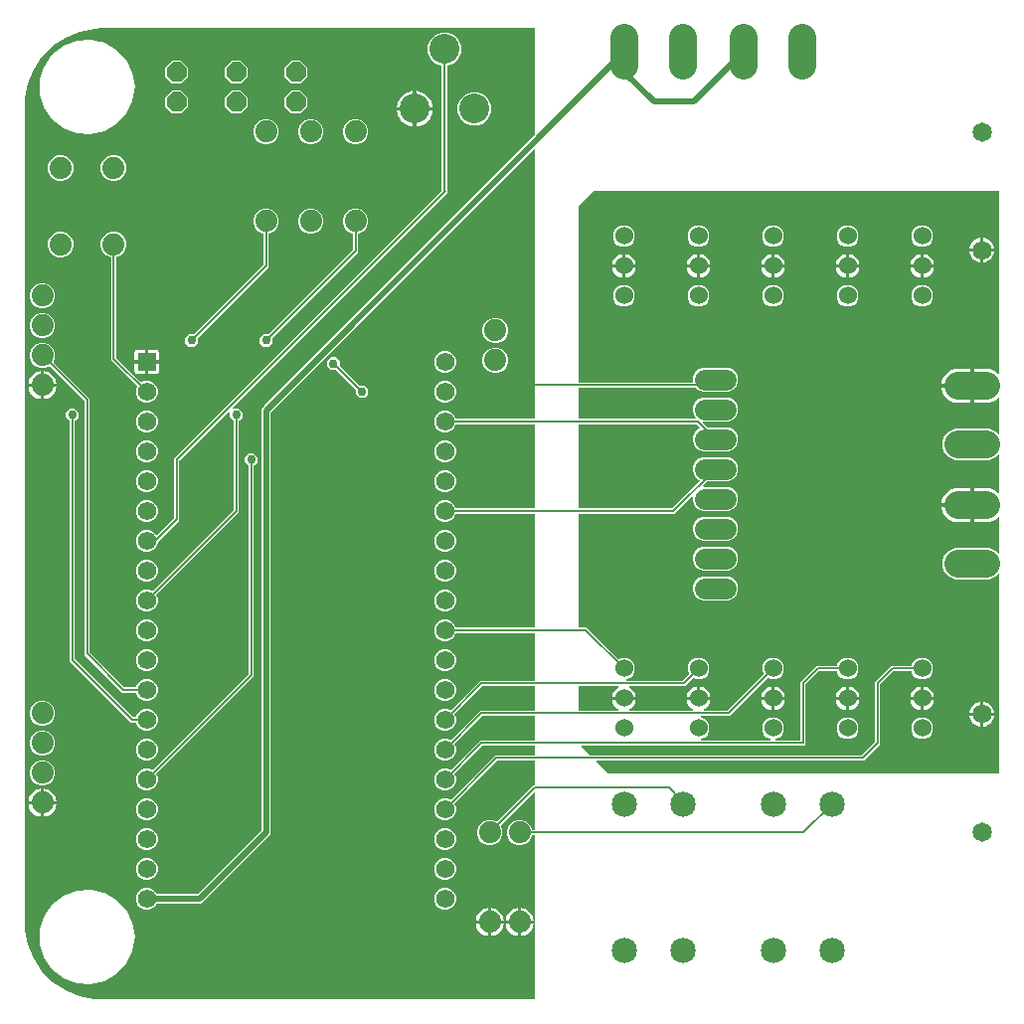
<source format=gbr>
G04 EAGLE Gerber RS-274X export*
G75*
%MOMM*%
%FSLAX34Y34*%
%LPD*%
%INTop Copper*%
%IPPOS*%
%AMOC8*
5,1,8,0,0,1.08239X$1,22.5*%
G01*
%ADD10R,1.560000X1.560000*%
%ADD11C,1.560000*%
%ADD12C,1.524000*%
%ADD13C,1.879600*%
%ADD14C,2.159000*%
%ADD15C,2.540000*%
%ADD16P,1.814519X8X112.500000*%
%ADD17C,1.778000*%
%ADD18C,2.380000*%
%ADD19C,1.651000*%
%ADD20C,0.508000*%
%ADD21C,0.152400*%
%ADD22C,0.756400*%
%ADD23C,0.200000*%

G36*
X444520Y10164D02*
X444520Y10164D01*
X444539Y10162D01*
X444641Y10184D01*
X444743Y10200D01*
X444760Y10210D01*
X444780Y10214D01*
X444869Y10267D01*
X444960Y10316D01*
X444974Y10330D01*
X444991Y10340D01*
X445058Y10419D01*
X445130Y10494D01*
X445138Y10512D01*
X445151Y10527D01*
X445190Y10623D01*
X445233Y10717D01*
X445235Y10737D01*
X445243Y10755D01*
X445261Y10922D01*
X445261Y149352D01*
X445258Y149372D01*
X445260Y149391D01*
X445238Y149493D01*
X445222Y149595D01*
X445212Y149612D01*
X445208Y149632D01*
X445155Y149721D01*
X445106Y149812D01*
X445092Y149826D01*
X445082Y149843D01*
X445003Y149910D01*
X444928Y149982D01*
X444910Y149990D01*
X444895Y150003D01*
X444799Y150042D01*
X444705Y150085D01*
X444685Y150087D01*
X444667Y150095D01*
X444500Y150113D01*
X443184Y150113D01*
X443069Y150094D01*
X442953Y150077D01*
X442948Y150075D01*
X442941Y150074D01*
X442839Y150019D01*
X442734Y149966D01*
X442730Y149961D01*
X442724Y149958D01*
X442644Y149874D01*
X442562Y149790D01*
X442558Y149784D01*
X442555Y149780D01*
X442547Y149763D01*
X442481Y149643D01*
X441060Y146213D01*
X437987Y143140D01*
X433973Y141477D01*
X429627Y141477D01*
X425613Y143140D01*
X422540Y146213D01*
X420877Y150227D01*
X420877Y154573D01*
X422540Y158587D01*
X425613Y161660D01*
X429627Y163323D01*
X433973Y163323D01*
X437987Y161660D01*
X441060Y158587D01*
X442481Y155157D01*
X442542Y155057D01*
X442602Y154957D01*
X442607Y154953D01*
X442610Y154948D01*
X442700Y154873D01*
X442789Y154797D01*
X442795Y154795D01*
X442800Y154791D01*
X442908Y154749D01*
X443017Y154705D01*
X443025Y154704D01*
X443030Y154703D01*
X443048Y154702D01*
X443184Y154687D01*
X444500Y154687D01*
X444520Y154690D01*
X444539Y154688D01*
X444641Y154710D01*
X444743Y154726D01*
X444760Y154736D01*
X444780Y154740D01*
X444869Y154793D01*
X444960Y154842D01*
X444974Y154856D01*
X444991Y154866D01*
X445058Y154945D01*
X445130Y155020D01*
X445138Y155038D01*
X445151Y155053D01*
X445190Y155149D01*
X445233Y155243D01*
X445235Y155263D01*
X445243Y155281D01*
X445261Y155448D01*
X445261Y186190D01*
X445250Y186260D01*
X445248Y186332D01*
X445230Y186381D01*
X445222Y186432D01*
X445188Y186495D01*
X445163Y186563D01*
X445131Y186604D01*
X445106Y186650D01*
X445055Y186699D01*
X445010Y186755D01*
X444966Y186783D01*
X444928Y186819D01*
X444863Y186849D01*
X444803Y186888D01*
X444752Y186901D01*
X444705Y186923D01*
X444634Y186931D01*
X444564Y186948D01*
X444512Y186944D01*
X444461Y186950D01*
X444390Y186934D01*
X444319Y186929D01*
X444271Y186909D01*
X444220Y186897D01*
X444159Y186861D01*
X444093Y186833D01*
X444037Y186788D01*
X444009Y186771D01*
X443994Y186754D01*
X443962Y186728D01*
X416067Y158833D01*
X415999Y158739D01*
X415929Y158644D01*
X415927Y158638D01*
X415923Y158633D01*
X415889Y158522D01*
X415853Y158410D01*
X415853Y158404D01*
X415851Y158398D01*
X415854Y158281D01*
X415855Y158164D01*
X415857Y158157D01*
X415857Y158152D01*
X415864Y158135D01*
X415902Y158003D01*
X417323Y154573D01*
X417323Y150227D01*
X415660Y146213D01*
X412587Y143140D01*
X408573Y141477D01*
X404227Y141477D01*
X400213Y143140D01*
X397140Y146213D01*
X395477Y150227D01*
X395477Y154573D01*
X397140Y158587D01*
X400213Y161660D01*
X404227Y163323D01*
X408573Y163323D01*
X412003Y161902D01*
X412117Y161875D01*
X412230Y161847D01*
X412237Y161847D01*
X412243Y161846D01*
X412359Y161857D01*
X412476Y161866D01*
X412481Y161868D01*
X412488Y161869D01*
X412595Y161917D01*
X412702Y161962D01*
X412708Y161967D01*
X412712Y161969D01*
X412726Y161981D01*
X412833Y162067D01*
X443553Y192787D01*
X444500Y192787D01*
X444520Y192790D01*
X444539Y192788D01*
X444641Y192810D01*
X444743Y192826D01*
X444760Y192836D01*
X444780Y192840D01*
X444869Y192893D01*
X444960Y192942D01*
X444974Y192956D01*
X444991Y192966D01*
X445058Y193045D01*
X445130Y193120D01*
X445138Y193138D01*
X445151Y193153D01*
X445190Y193249D01*
X445233Y193343D01*
X445235Y193363D01*
X445243Y193381D01*
X445261Y193548D01*
X445261Y212852D01*
X445258Y212872D01*
X445260Y212891D01*
X445238Y212993D01*
X445222Y213095D01*
X445212Y213112D01*
X445208Y213132D01*
X445155Y213221D01*
X445106Y213312D01*
X445092Y213326D01*
X445082Y213343D01*
X445003Y213410D01*
X444928Y213482D01*
X444910Y213490D01*
X444895Y213503D01*
X444799Y213542D01*
X444705Y213585D01*
X444685Y213587D01*
X444667Y213595D01*
X444500Y213613D01*
X413263Y213613D01*
X413172Y213599D01*
X413082Y213591D01*
X413052Y213579D01*
X413020Y213574D01*
X412939Y213531D01*
X412855Y213495D01*
X412823Y213469D01*
X412802Y213458D01*
X412780Y213435D01*
X412724Y213390D01*
X376744Y177410D01*
X376701Y177351D01*
X376655Y177303D01*
X376637Y177264D01*
X376606Y177221D01*
X376604Y177215D01*
X376600Y177210D01*
X376576Y177131D01*
X376552Y177079D01*
X376548Y177043D01*
X376530Y176987D01*
X376530Y176981D01*
X376528Y176975D01*
X376530Y176884D01*
X376525Y176835D01*
X376531Y176805D01*
X376532Y176741D01*
X376534Y176734D01*
X376534Y176729D01*
X376541Y176712D01*
X376579Y176580D01*
X377625Y174055D01*
X377625Y170345D01*
X376205Y166918D01*
X373582Y164295D01*
X370155Y162875D01*
X366445Y162875D01*
X363018Y164295D01*
X360395Y166918D01*
X358975Y170345D01*
X358975Y174055D01*
X360395Y177482D01*
X363018Y180105D01*
X366445Y181525D01*
X370155Y181525D01*
X372680Y180479D01*
X372794Y180452D01*
X372907Y180423D01*
X372914Y180424D01*
X372920Y180423D01*
X373036Y180434D01*
X373152Y180443D01*
X373158Y180445D01*
X373165Y180446D01*
X373272Y180493D01*
X373379Y180539D01*
X373385Y180544D01*
X373389Y180546D01*
X373403Y180558D01*
X373510Y180644D01*
X411053Y218187D01*
X444500Y218187D01*
X444520Y218190D01*
X444539Y218188D01*
X444641Y218210D01*
X444743Y218226D01*
X444760Y218236D01*
X444780Y218240D01*
X444869Y218293D01*
X444960Y218342D01*
X444974Y218356D01*
X444991Y218366D01*
X445058Y218445D01*
X445130Y218520D01*
X445138Y218538D01*
X445151Y218553D01*
X445190Y218649D01*
X445233Y218743D01*
X445235Y218763D01*
X445243Y218781D01*
X445261Y218948D01*
X445261Y225552D01*
X445258Y225572D01*
X445260Y225591D01*
X445238Y225693D01*
X445222Y225795D01*
X445212Y225812D01*
X445208Y225832D01*
X445155Y225921D01*
X445106Y226012D01*
X445092Y226026D01*
X445082Y226043D01*
X445003Y226110D01*
X444928Y226182D01*
X444910Y226190D01*
X444895Y226203D01*
X444799Y226242D01*
X444705Y226285D01*
X444685Y226287D01*
X444667Y226295D01*
X444500Y226313D01*
X400563Y226313D01*
X400472Y226299D01*
X400382Y226291D01*
X400352Y226279D01*
X400320Y226274D01*
X400239Y226231D01*
X400155Y226195D01*
X400123Y226169D01*
X400102Y226158D01*
X400080Y226135D01*
X400024Y226090D01*
X376744Y202810D01*
X376676Y202716D01*
X376606Y202621D01*
X376604Y202615D01*
X376600Y202610D01*
X376566Y202499D01*
X376530Y202387D01*
X376530Y202381D01*
X376528Y202375D01*
X376531Y202258D01*
X376532Y202141D01*
X376534Y202134D01*
X376534Y202129D01*
X376541Y202112D01*
X376579Y201980D01*
X377625Y199455D01*
X377625Y195745D01*
X376205Y192318D01*
X373582Y189695D01*
X370155Y188275D01*
X366445Y188275D01*
X363018Y189695D01*
X360395Y192318D01*
X358975Y195745D01*
X358975Y199455D01*
X360395Y202882D01*
X363018Y205505D01*
X366445Y206925D01*
X370155Y206925D01*
X372680Y205879D01*
X372794Y205852D01*
X372907Y205823D01*
X372914Y205824D01*
X372920Y205823D01*
X373036Y205834D01*
X373153Y205843D01*
X373158Y205845D01*
X373165Y205846D01*
X373272Y205893D01*
X373379Y205939D01*
X373385Y205944D01*
X373389Y205946D01*
X373403Y205958D01*
X373510Y206044D01*
X396790Y229324D01*
X398353Y230887D01*
X444500Y230887D01*
X444520Y230890D01*
X444539Y230888D01*
X444641Y230910D01*
X444743Y230926D01*
X444760Y230936D01*
X444780Y230940D01*
X444869Y230993D01*
X444960Y231042D01*
X444974Y231056D01*
X444991Y231066D01*
X445058Y231145D01*
X445130Y231220D01*
X445138Y231238D01*
X445151Y231253D01*
X445190Y231349D01*
X445233Y231443D01*
X445235Y231463D01*
X445243Y231481D01*
X445261Y231648D01*
X445261Y250952D01*
X445258Y250972D01*
X445260Y250991D01*
X445238Y251093D01*
X445222Y251195D01*
X445212Y251212D01*
X445208Y251232D01*
X445155Y251321D01*
X445106Y251412D01*
X445092Y251426D01*
X445082Y251443D01*
X445003Y251510D01*
X444928Y251582D01*
X444910Y251590D01*
X444895Y251603D01*
X444799Y251642D01*
X444705Y251685D01*
X444685Y251687D01*
X444667Y251695D01*
X444500Y251713D01*
X400563Y251713D01*
X400472Y251699D01*
X400382Y251691D01*
X400352Y251679D01*
X400320Y251674D01*
X400239Y251631D01*
X400155Y251595D01*
X400123Y251569D01*
X400102Y251558D01*
X400080Y251535D01*
X400024Y251490D01*
X376744Y228210D01*
X376676Y228116D01*
X376606Y228021D01*
X376604Y228015D01*
X376600Y228010D01*
X376566Y227899D01*
X376530Y227787D01*
X376530Y227781D01*
X376528Y227775D01*
X376531Y227658D01*
X376532Y227541D01*
X376534Y227534D01*
X376534Y227529D01*
X376541Y227512D01*
X376579Y227380D01*
X377625Y224855D01*
X377625Y221145D01*
X376205Y217718D01*
X373582Y215095D01*
X370155Y213675D01*
X366445Y213675D01*
X363018Y215095D01*
X360395Y217718D01*
X358975Y221145D01*
X358975Y224855D01*
X360395Y228282D01*
X363018Y230905D01*
X366445Y232325D01*
X370155Y232325D01*
X372680Y231279D01*
X372794Y231252D01*
X372907Y231223D01*
X372914Y231224D01*
X372920Y231223D01*
X373036Y231234D01*
X373153Y231243D01*
X373158Y231245D01*
X373165Y231246D01*
X373272Y231293D01*
X373379Y231339D01*
X373385Y231344D01*
X373389Y231346D01*
X373403Y231358D01*
X373510Y231444D01*
X396790Y254724D01*
X398353Y256287D01*
X444500Y256287D01*
X444520Y256290D01*
X444539Y256288D01*
X444641Y256310D01*
X444743Y256326D01*
X444760Y256336D01*
X444780Y256340D01*
X444869Y256393D01*
X444960Y256442D01*
X444974Y256456D01*
X444991Y256466D01*
X445058Y256545D01*
X445130Y256620D01*
X445138Y256638D01*
X445151Y256653D01*
X445190Y256749D01*
X445233Y256843D01*
X445235Y256863D01*
X445243Y256881D01*
X445261Y257048D01*
X445261Y276352D01*
X445258Y276372D01*
X445260Y276391D01*
X445238Y276493D01*
X445222Y276595D01*
X445212Y276612D01*
X445208Y276632D01*
X445155Y276721D01*
X445106Y276812D01*
X445092Y276826D01*
X445082Y276843D01*
X445003Y276910D01*
X444928Y276982D01*
X444910Y276990D01*
X444895Y277003D01*
X444799Y277042D01*
X444705Y277085D01*
X444685Y277087D01*
X444667Y277095D01*
X444500Y277113D01*
X400563Y277113D01*
X400472Y277099D01*
X400382Y277091D01*
X400352Y277079D01*
X400320Y277074D01*
X400239Y277031D01*
X400155Y276995D01*
X400123Y276969D01*
X400102Y276958D01*
X400080Y276935D01*
X400024Y276890D01*
X376744Y253610D01*
X376676Y253516D01*
X376606Y253421D01*
X376604Y253415D01*
X376600Y253410D01*
X376566Y253299D01*
X376530Y253187D01*
X376530Y253181D01*
X376528Y253175D01*
X376531Y253058D01*
X376532Y252941D01*
X376534Y252934D01*
X376534Y252929D01*
X376541Y252912D01*
X376579Y252780D01*
X377625Y250255D01*
X377625Y246545D01*
X376205Y243118D01*
X373582Y240495D01*
X370155Y239075D01*
X366445Y239075D01*
X363018Y240495D01*
X360395Y243118D01*
X358975Y246545D01*
X358975Y250255D01*
X360395Y253682D01*
X363018Y256305D01*
X366445Y257725D01*
X370155Y257725D01*
X372680Y256679D01*
X372794Y256652D01*
X372907Y256623D01*
X372914Y256624D01*
X372920Y256623D01*
X373036Y256634D01*
X373153Y256643D01*
X373158Y256645D01*
X373165Y256646D01*
X373272Y256693D01*
X373379Y256739D01*
X373385Y256744D01*
X373389Y256746D01*
X373403Y256758D01*
X373510Y256844D01*
X396790Y280124D01*
X398353Y281687D01*
X444500Y281687D01*
X444520Y281690D01*
X444539Y281688D01*
X444641Y281710D01*
X444743Y281726D01*
X444760Y281736D01*
X444780Y281740D01*
X444869Y281793D01*
X444960Y281842D01*
X444974Y281856D01*
X444991Y281866D01*
X445058Y281945D01*
X445130Y282020D01*
X445138Y282038D01*
X445151Y282053D01*
X445190Y282149D01*
X445233Y282243D01*
X445235Y282263D01*
X445243Y282281D01*
X445261Y282448D01*
X445261Y321552D01*
X445258Y321572D01*
X445260Y321591D01*
X445238Y321693D01*
X445222Y321795D01*
X445212Y321812D01*
X445208Y321832D01*
X445155Y321921D01*
X445106Y322012D01*
X445092Y322026D01*
X445082Y322043D01*
X445003Y322110D01*
X444928Y322182D01*
X444910Y322190D01*
X444895Y322203D01*
X444799Y322242D01*
X444705Y322285D01*
X444685Y322287D01*
X444667Y322295D01*
X444500Y322313D01*
X377954Y322313D01*
X377840Y322294D01*
X377724Y322277D01*
X377718Y322275D01*
X377712Y322274D01*
X377609Y322219D01*
X377504Y322166D01*
X377500Y322161D01*
X377494Y322158D01*
X377414Y322074D01*
X377332Y321990D01*
X377328Y321984D01*
X377325Y321980D01*
X377317Y321963D01*
X377251Y321843D01*
X376205Y319318D01*
X373582Y316695D01*
X370155Y315275D01*
X366445Y315275D01*
X363018Y316695D01*
X360395Y319318D01*
X358975Y322745D01*
X358975Y326455D01*
X360395Y329882D01*
X363018Y332505D01*
X366445Y333925D01*
X370155Y333925D01*
X373582Y332505D01*
X376205Y329882D01*
X377251Y327357D01*
X377313Y327257D01*
X377373Y327157D01*
X377377Y327153D01*
X377381Y327148D01*
X377471Y327073D01*
X377560Y326997D01*
X377565Y326995D01*
X377570Y326991D01*
X377679Y326949D01*
X377788Y326905D01*
X377795Y326904D01*
X377800Y326903D01*
X377818Y326902D01*
X377954Y326887D01*
X444500Y326887D01*
X444520Y326890D01*
X444539Y326888D01*
X444641Y326910D01*
X444743Y326926D01*
X444760Y326936D01*
X444780Y326940D01*
X444869Y326993D01*
X444960Y327042D01*
X444974Y327056D01*
X444991Y327066D01*
X445058Y327145D01*
X445130Y327220D01*
X445138Y327238D01*
X445151Y327253D01*
X445190Y327349D01*
X445233Y327443D01*
X445235Y327463D01*
X445243Y327481D01*
X445261Y327648D01*
X445261Y423152D01*
X445258Y423172D01*
X445260Y423191D01*
X445238Y423293D01*
X445222Y423395D01*
X445212Y423412D01*
X445208Y423432D01*
X445155Y423521D01*
X445106Y423612D01*
X445092Y423626D01*
X445082Y423643D01*
X445003Y423710D01*
X444928Y423782D01*
X444910Y423790D01*
X444895Y423803D01*
X444799Y423842D01*
X444705Y423885D01*
X444685Y423887D01*
X444667Y423895D01*
X444500Y423913D01*
X377954Y423913D01*
X377840Y423894D01*
X377724Y423877D01*
X377718Y423875D01*
X377712Y423874D01*
X377609Y423819D01*
X377504Y423766D01*
X377500Y423761D01*
X377494Y423758D01*
X377414Y423674D01*
X377332Y423590D01*
X377328Y423584D01*
X377325Y423580D01*
X377317Y423563D01*
X377251Y423443D01*
X376205Y420918D01*
X373582Y418295D01*
X370155Y416875D01*
X366445Y416875D01*
X363018Y418295D01*
X360395Y420918D01*
X358975Y424345D01*
X358975Y428055D01*
X360395Y431482D01*
X363018Y434105D01*
X366445Y435525D01*
X370155Y435525D01*
X373582Y434105D01*
X376205Y431482D01*
X377251Y428957D01*
X377313Y428857D01*
X377373Y428757D01*
X377377Y428753D01*
X377381Y428748D01*
X377471Y428673D01*
X377560Y428597D01*
X377565Y428595D01*
X377570Y428591D01*
X377679Y428549D01*
X377788Y428505D01*
X377795Y428504D01*
X377800Y428503D01*
X377818Y428502D01*
X377954Y428487D01*
X444500Y428487D01*
X444520Y428490D01*
X444539Y428488D01*
X444641Y428510D01*
X444743Y428526D01*
X444760Y428536D01*
X444780Y428540D01*
X444869Y428593D01*
X444960Y428642D01*
X444974Y428656D01*
X444991Y428666D01*
X445058Y428745D01*
X445130Y428820D01*
X445138Y428838D01*
X445151Y428853D01*
X445190Y428949D01*
X445233Y429043D01*
X445235Y429063D01*
X445243Y429081D01*
X445261Y429248D01*
X445261Y499352D01*
X445258Y499372D01*
X445260Y499391D01*
X445238Y499493D01*
X445222Y499595D01*
X445212Y499612D01*
X445208Y499632D01*
X445155Y499721D01*
X445106Y499812D01*
X445092Y499826D01*
X445082Y499843D01*
X445003Y499910D01*
X444928Y499982D01*
X444910Y499990D01*
X444895Y500003D01*
X444799Y500042D01*
X444705Y500085D01*
X444685Y500087D01*
X444667Y500095D01*
X444500Y500113D01*
X377954Y500113D01*
X377840Y500094D01*
X377724Y500077D01*
X377718Y500075D01*
X377712Y500074D01*
X377609Y500019D01*
X377504Y499966D01*
X377500Y499961D01*
X377494Y499958D01*
X377414Y499874D01*
X377332Y499790D01*
X377328Y499784D01*
X377325Y499780D01*
X377317Y499763D01*
X377251Y499643D01*
X376205Y497118D01*
X373582Y494495D01*
X370155Y493075D01*
X366445Y493075D01*
X363018Y494495D01*
X360395Y497118D01*
X358975Y500545D01*
X358975Y504255D01*
X360395Y507682D01*
X363018Y510305D01*
X366445Y511725D01*
X370155Y511725D01*
X373582Y510305D01*
X376205Y507682D01*
X377251Y505157D01*
X377313Y505057D01*
X377373Y504957D01*
X377377Y504953D01*
X377381Y504948D01*
X377471Y504873D01*
X377560Y504797D01*
X377565Y504795D01*
X377570Y504791D01*
X377679Y504749D01*
X377788Y504705D01*
X377795Y504704D01*
X377800Y504703D01*
X377818Y504702D01*
X377954Y504687D01*
X444500Y504687D01*
X444520Y504690D01*
X444539Y504688D01*
X444641Y504710D01*
X444743Y504726D01*
X444760Y504736D01*
X444780Y504740D01*
X444869Y504793D01*
X444960Y504842D01*
X444974Y504856D01*
X444991Y504866D01*
X445058Y504945D01*
X445130Y505020D01*
X445138Y505038D01*
X445151Y505053D01*
X445190Y505149D01*
X445233Y505243D01*
X445235Y505263D01*
X445243Y505281D01*
X445261Y505448D01*
X445261Y733875D01*
X445250Y733946D01*
X445248Y734017D01*
X445230Y734066D01*
X445222Y734118D01*
X445188Y734181D01*
X445163Y734248D01*
X445131Y734289D01*
X445106Y734335D01*
X445055Y734384D01*
X445010Y734441D01*
X444966Y734469D01*
X444928Y734505D01*
X444863Y734535D01*
X444803Y734574D01*
X444752Y734586D01*
X444705Y734608D01*
X444634Y734616D01*
X444564Y734634D01*
X444512Y734630D01*
X444461Y734635D01*
X444390Y734620D01*
X444319Y734614D01*
X444271Y734594D01*
X444220Y734583D01*
X444159Y734546D01*
X444093Y734518D01*
X444037Y734473D01*
X444009Y734457D01*
X443994Y734439D01*
X443962Y734413D01*
X220188Y510639D01*
X220135Y510565D01*
X220075Y510496D01*
X220063Y510466D01*
X220044Y510440D01*
X220017Y510353D01*
X219983Y510268D01*
X219979Y510227D01*
X219972Y510204D01*
X219973Y510172D01*
X219965Y510101D01*
X219965Y150716D01*
X161184Y91935D01*
X123218Y91935D01*
X123103Y91916D01*
X122987Y91899D01*
X122981Y91897D01*
X122975Y91896D01*
X122872Y91841D01*
X122768Y91788D01*
X122763Y91783D01*
X122758Y91780D01*
X122677Y91695D01*
X122596Y91612D01*
X122592Y91606D01*
X122588Y91602D01*
X122581Y91585D01*
X122515Y91465D01*
X122205Y90718D01*
X119582Y88095D01*
X116155Y86675D01*
X112445Y86675D01*
X109018Y88095D01*
X106395Y90718D01*
X104975Y94145D01*
X104975Y97855D01*
X106395Y101282D01*
X109018Y103905D01*
X112445Y105325D01*
X116155Y105325D01*
X119582Y103905D01*
X122205Y101282D01*
X122515Y100535D01*
X122576Y100435D01*
X122636Y100335D01*
X122641Y100331D01*
X122644Y100326D01*
X122734Y100251D01*
X122823Y100175D01*
X122829Y100173D01*
X122834Y100169D01*
X122942Y100127D01*
X123051Y100083D01*
X123059Y100082D01*
X123063Y100081D01*
X123082Y100080D01*
X123218Y100065D01*
X157501Y100065D01*
X157591Y100079D01*
X157682Y100087D01*
X157712Y100099D01*
X157744Y100104D01*
X157824Y100147D01*
X157908Y100183D01*
X157940Y100209D01*
X157961Y100220D01*
X157983Y100243D01*
X158039Y100288D01*
X211612Y153861D01*
X211665Y153935D01*
X211725Y154004D01*
X211737Y154034D01*
X211756Y154060D01*
X211783Y154147D01*
X211817Y154232D01*
X211821Y154273D01*
X211828Y154296D01*
X211827Y154328D01*
X211835Y154399D01*
X211835Y513784D01*
X214439Y516388D01*
X445038Y746987D01*
X445091Y747061D01*
X445151Y747130D01*
X445163Y747160D01*
X445182Y747186D01*
X445209Y747273D01*
X445243Y747358D01*
X445247Y747399D01*
X445254Y747421D01*
X445253Y747454D01*
X445261Y747525D01*
X445261Y836678D01*
X445258Y836698D01*
X445260Y836717D01*
X445238Y836819D01*
X445222Y836921D01*
X445212Y836938D01*
X445208Y836958D01*
X445155Y837047D01*
X445106Y837138D01*
X445092Y837152D01*
X445082Y837169D01*
X445003Y837236D01*
X444928Y837308D01*
X444910Y837316D01*
X444895Y837329D01*
X444799Y837368D01*
X444705Y837411D01*
X444685Y837413D01*
X444667Y837421D01*
X444500Y837439D01*
X76200Y837439D01*
X76186Y837437D01*
X76163Y837438D01*
X69764Y837124D01*
X69732Y837117D01*
X69653Y837110D01*
X57102Y834614D01*
X57080Y834605D01*
X56959Y834570D01*
X45137Y829673D01*
X45117Y829661D01*
X45005Y829603D01*
X34365Y822494D01*
X34347Y822477D01*
X34250Y822399D01*
X25201Y813350D01*
X25187Y813331D01*
X25106Y813235D01*
X17997Y802595D01*
X17987Y802573D01*
X17927Y802463D01*
X13030Y790641D01*
X13024Y790617D01*
X12986Y790498D01*
X10490Y777947D01*
X10489Y777914D01*
X10476Y777836D01*
X10162Y771437D01*
X10163Y771423D01*
X10161Y771400D01*
X10161Y76200D01*
X10163Y76186D01*
X10162Y76163D01*
X10476Y69764D01*
X10483Y69732D01*
X10490Y69653D01*
X12986Y57102D01*
X12995Y57080D01*
X13030Y56959D01*
X17927Y45137D01*
X17939Y45117D01*
X17997Y45005D01*
X25106Y34365D01*
X25123Y34347D01*
X25201Y34250D01*
X34250Y25201D01*
X34269Y25187D01*
X34365Y25106D01*
X45005Y17997D01*
X45027Y17987D01*
X45137Y17927D01*
X56959Y13030D01*
X56983Y13024D01*
X57102Y12986D01*
X69653Y10490D01*
X69686Y10489D01*
X69764Y10476D01*
X76163Y10162D01*
X76177Y10163D01*
X76200Y10161D01*
X444500Y10161D01*
X444520Y10164D01*
G37*
G36*
X839798Y202442D02*
X839798Y202442D01*
X839817Y202440D01*
X839919Y202462D01*
X840021Y202479D01*
X840038Y202488D01*
X840058Y202492D01*
X840147Y202545D01*
X840238Y202594D01*
X840252Y202608D01*
X840269Y202618D01*
X840336Y202697D01*
X840408Y202772D01*
X840416Y202790D01*
X840429Y202805D01*
X840468Y202901D01*
X840511Y202995D01*
X840513Y203015D01*
X840521Y203033D01*
X840539Y203200D01*
X840539Y371916D01*
X840528Y371987D01*
X840526Y372058D01*
X840508Y372107D01*
X840500Y372159D01*
X840466Y372222D01*
X840441Y372289D01*
X840409Y372330D01*
X840384Y372376D01*
X840332Y372425D01*
X840288Y372481D01*
X840244Y372510D01*
X840206Y372546D01*
X840141Y372576D01*
X840081Y372614D01*
X840030Y372627D01*
X839983Y372649D01*
X839912Y372657D01*
X839842Y372675D01*
X839790Y372670D01*
X839739Y372676D01*
X839668Y372661D01*
X839597Y372655D01*
X839549Y372635D01*
X839498Y372624D01*
X839437Y372587D01*
X839371Y372559D01*
X839315Y372514D01*
X839287Y372498D01*
X839272Y372480D01*
X839240Y372454D01*
X836805Y370019D01*
X831870Y367975D01*
X802730Y367975D01*
X797795Y370019D01*
X794019Y373795D01*
X791975Y378730D01*
X791975Y384070D01*
X794019Y389005D01*
X797795Y392781D01*
X802730Y394825D01*
X831870Y394825D01*
X836805Y392781D01*
X839240Y390346D01*
X839298Y390304D01*
X839350Y390254D01*
X839397Y390233D01*
X839439Y390202D01*
X839508Y390181D01*
X839573Y390151D01*
X839625Y390145D01*
X839675Y390130D01*
X839746Y390132D01*
X839817Y390124D01*
X839868Y390135D01*
X839920Y390136D01*
X839988Y390161D01*
X840058Y390176D01*
X840103Y390203D01*
X840151Y390221D01*
X840207Y390265D01*
X840269Y390302D01*
X840303Y390342D01*
X840343Y390374D01*
X840382Y390435D01*
X840429Y390489D01*
X840448Y390537D01*
X840476Y390581D01*
X840494Y390651D01*
X840521Y390717D01*
X840529Y390789D01*
X840537Y390820D01*
X840535Y390843D01*
X840539Y390884D01*
X840539Y420479D01*
X840528Y420550D01*
X840526Y420622D01*
X840508Y420671D01*
X840500Y420722D01*
X840466Y420785D01*
X840441Y420853D01*
X840409Y420893D01*
X840384Y420939D01*
X840333Y420989D01*
X840288Y421045D01*
X840244Y421073D01*
X840206Y421109D01*
X840141Y421139D01*
X840081Y421178D01*
X840030Y421190D01*
X839983Y421212D01*
X839912Y421220D01*
X839842Y421238D01*
X839790Y421234D01*
X839739Y421239D01*
X839668Y421224D01*
X839597Y421219D01*
X839549Y421198D01*
X839498Y421187D01*
X839437Y421150D01*
X839371Y421122D01*
X839315Y421077D01*
X839287Y421061D01*
X839272Y421043D01*
X839240Y421017D01*
X838607Y420385D01*
X836769Y419049D01*
X834743Y418017D01*
X832581Y417315D01*
X830337Y416959D01*
X818823Y416959D01*
X818823Y430638D01*
X818820Y430658D01*
X818822Y430677D01*
X818800Y430779D01*
X818783Y430881D01*
X818774Y430898D01*
X818770Y430918D01*
X818717Y431007D01*
X818668Y431098D01*
X818654Y431112D01*
X818644Y431129D01*
X818565Y431196D01*
X818490Y431267D01*
X818472Y431276D01*
X818457Y431289D01*
X818361Y431327D01*
X818267Y431371D01*
X818247Y431373D01*
X818229Y431381D01*
X818062Y431399D01*
X817299Y431399D01*
X817299Y431401D01*
X818062Y431401D01*
X818082Y431404D01*
X818101Y431402D01*
X818203Y431424D01*
X818305Y431441D01*
X818322Y431450D01*
X818342Y431454D01*
X818431Y431507D01*
X818522Y431556D01*
X818536Y431570D01*
X818553Y431580D01*
X818620Y431659D01*
X818691Y431734D01*
X818700Y431752D01*
X818713Y431767D01*
X818752Y431863D01*
X818795Y431957D01*
X818797Y431977D01*
X818805Y431995D01*
X818823Y432162D01*
X818823Y445841D01*
X830337Y445841D01*
X832581Y445485D01*
X834743Y444783D01*
X836769Y443751D01*
X838607Y442415D01*
X839240Y441783D01*
X839298Y441741D01*
X839350Y441691D01*
X839397Y441669D01*
X839439Y441639D01*
X839508Y441618D01*
X839573Y441588D01*
X839625Y441582D01*
X839675Y441567D01*
X839746Y441568D01*
X839817Y441561D01*
X839868Y441572D01*
X839920Y441573D01*
X839988Y441598D01*
X840058Y441613D01*
X840103Y441640D01*
X840151Y441657D01*
X840207Y441702D01*
X840269Y441739D01*
X840303Y441779D01*
X840343Y441811D01*
X840382Y441871D01*
X840429Y441926D01*
X840448Y441974D01*
X840476Y442018D01*
X840494Y442088D01*
X840521Y442154D01*
X840529Y442225D01*
X840537Y442257D01*
X840535Y442280D01*
X840539Y442321D01*
X840539Y473516D01*
X840528Y473587D01*
X840526Y473658D01*
X840508Y473707D01*
X840500Y473759D01*
X840466Y473822D01*
X840441Y473889D01*
X840409Y473930D01*
X840384Y473976D01*
X840332Y474025D01*
X840288Y474081D01*
X840244Y474110D01*
X840206Y474146D01*
X840141Y474176D01*
X840081Y474214D01*
X840030Y474227D01*
X839983Y474249D01*
X839912Y474257D01*
X839842Y474275D01*
X839790Y474270D01*
X839739Y474276D01*
X839668Y474261D01*
X839597Y474255D01*
X839549Y474235D01*
X839498Y474224D01*
X839437Y474187D01*
X839371Y474159D01*
X839315Y474114D01*
X839287Y474098D01*
X839272Y474080D01*
X839240Y474054D01*
X836805Y471619D01*
X831870Y469575D01*
X802730Y469575D01*
X797795Y471619D01*
X794019Y475395D01*
X791975Y480330D01*
X791975Y485670D01*
X794019Y490605D01*
X797795Y494381D01*
X802730Y496425D01*
X831870Y496425D01*
X836805Y494381D01*
X839240Y491946D01*
X839298Y491904D01*
X839350Y491854D01*
X839397Y491833D01*
X839439Y491802D01*
X839508Y491781D01*
X839573Y491751D01*
X839625Y491745D01*
X839675Y491730D01*
X839746Y491732D01*
X839817Y491724D01*
X839868Y491735D01*
X839920Y491736D01*
X839988Y491761D01*
X840058Y491776D01*
X840103Y491803D01*
X840151Y491821D01*
X840207Y491865D01*
X840269Y491902D01*
X840303Y491942D01*
X840343Y491974D01*
X840382Y492035D01*
X840429Y492089D01*
X840448Y492137D01*
X840476Y492181D01*
X840494Y492251D01*
X840521Y492317D01*
X840529Y492389D01*
X840537Y492420D01*
X840535Y492443D01*
X840539Y492484D01*
X840539Y522079D01*
X840528Y522150D01*
X840526Y522222D01*
X840508Y522271D01*
X840500Y522322D01*
X840466Y522385D01*
X840441Y522453D01*
X840409Y522493D01*
X840384Y522539D01*
X840333Y522589D01*
X840288Y522645D01*
X840244Y522673D01*
X840206Y522709D01*
X840141Y522739D01*
X840081Y522778D01*
X840030Y522790D01*
X839983Y522812D01*
X839912Y522820D01*
X839842Y522838D01*
X839790Y522834D01*
X839739Y522839D01*
X839668Y522824D01*
X839597Y522819D01*
X839549Y522798D01*
X839498Y522787D01*
X839437Y522750D01*
X839371Y522722D01*
X839315Y522677D01*
X839287Y522661D01*
X839272Y522643D01*
X839240Y522617D01*
X838607Y521985D01*
X836769Y520649D01*
X834743Y519617D01*
X832581Y518915D01*
X830337Y518559D01*
X818823Y518559D01*
X818823Y532238D01*
X818820Y532258D01*
X818822Y532277D01*
X818800Y532379D01*
X818783Y532481D01*
X818774Y532498D01*
X818770Y532518D01*
X818717Y532607D01*
X818668Y532698D01*
X818654Y532712D01*
X818644Y532729D01*
X818565Y532796D01*
X818490Y532867D01*
X818472Y532876D01*
X818457Y532889D01*
X818361Y532927D01*
X818267Y532971D01*
X818247Y532973D01*
X818229Y532981D01*
X818062Y532999D01*
X817299Y532999D01*
X817299Y533001D01*
X818062Y533001D01*
X818082Y533004D01*
X818101Y533002D01*
X818203Y533024D01*
X818305Y533041D01*
X818322Y533050D01*
X818342Y533054D01*
X818431Y533107D01*
X818522Y533156D01*
X818536Y533170D01*
X818553Y533180D01*
X818620Y533259D01*
X818691Y533334D01*
X818700Y533352D01*
X818713Y533367D01*
X818752Y533463D01*
X818795Y533557D01*
X818797Y533577D01*
X818805Y533595D01*
X818823Y533762D01*
X818823Y547441D01*
X830337Y547441D01*
X832581Y547085D01*
X834743Y546383D01*
X836769Y545351D01*
X838607Y544015D01*
X839240Y543383D01*
X839298Y543341D01*
X839350Y543291D01*
X839397Y543269D01*
X839439Y543239D01*
X839508Y543218D01*
X839573Y543188D01*
X839625Y543182D01*
X839675Y543167D01*
X839746Y543168D01*
X839817Y543161D01*
X839868Y543172D01*
X839920Y543173D01*
X839988Y543198D01*
X840058Y543213D01*
X840103Y543240D01*
X840151Y543257D01*
X840207Y543302D01*
X840269Y543339D01*
X840303Y543379D01*
X840343Y543411D01*
X840382Y543471D01*
X840429Y543526D01*
X840448Y543574D01*
X840476Y543618D01*
X840494Y543688D01*
X840521Y543754D01*
X840529Y543825D01*
X840537Y543857D01*
X840535Y543880D01*
X840539Y543921D01*
X840539Y698500D01*
X840536Y698520D01*
X840538Y698539D01*
X840516Y698641D01*
X840500Y698743D01*
X840490Y698760D01*
X840486Y698780D01*
X840433Y698869D01*
X840384Y698960D01*
X840370Y698974D01*
X840360Y698991D01*
X840281Y699058D01*
X840206Y699130D01*
X840188Y699138D01*
X840173Y699151D01*
X840077Y699190D01*
X839983Y699233D01*
X839963Y699235D01*
X839945Y699243D01*
X839778Y699261D01*
X495300Y699261D01*
X495210Y699247D01*
X495119Y699239D01*
X495089Y699227D01*
X495057Y699222D01*
X494977Y699179D01*
X494893Y699143D01*
X494861Y699117D01*
X494840Y699106D01*
X494818Y699083D01*
X494762Y699038D01*
X482062Y686338D01*
X482015Y686273D01*
X482003Y686261D01*
X482000Y686255D01*
X481949Y686195D01*
X481937Y686165D01*
X481918Y686139D01*
X481891Y686052D01*
X481857Y685967D01*
X481853Y685926D01*
X481846Y685903D01*
X481847Y685871D01*
X481839Y685800D01*
X481839Y536448D01*
X481842Y536428D01*
X481840Y536409D01*
X481862Y536307D01*
X481879Y536205D01*
X481888Y536188D01*
X481892Y536168D01*
X481945Y536079D01*
X481994Y535988D01*
X482008Y535974D01*
X482018Y535957D01*
X482097Y535890D01*
X482172Y535818D01*
X482190Y535810D01*
X482205Y535797D01*
X482301Y535758D01*
X482395Y535715D01*
X482415Y535713D01*
X482433Y535705D01*
X482600Y535687D01*
X578561Y535687D01*
X578581Y535690D01*
X578601Y535688D01*
X578702Y535710D01*
X578804Y535726D01*
X578822Y535736D01*
X578841Y535740D01*
X578930Y535793D01*
X579021Y535842D01*
X579035Y535856D01*
X579052Y535866D01*
X579119Y535945D01*
X579191Y536020D01*
X579199Y536038D01*
X579212Y536053D01*
X579251Y536149D01*
X579294Y536243D01*
X579297Y536263D01*
X579304Y536281D01*
X579322Y536448D01*
X579322Y540247D01*
X580908Y544075D01*
X583838Y547004D01*
X587666Y548590D01*
X609589Y548590D01*
X613417Y547004D01*
X616346Y544075D01*
X617932Y540247D01*
X617932Y536104D01*
X616346Y532276D01*
X613417Y529346D01*
X609589Y527760D01*
X587666Y527760D01*
X583838Y529346D01*
X582293Y530890D01*
X582219Y530943D01*
X582150Y531003D01*
X582120Y531015D01*
X582094Y531034D01*
X582007Y531061D01*
X581922Y531095D01*
X581881Y531099D01*
X581859Y531106D01*
X581826Y531105D01*
X581755Y531113D01*
X482600Y531113D01*
X482580Y531110D01*
X482561Y531112D01*
X482459Y531090D01*
X482357Y531074D01*
X482340Y531064D01*
X482320Y531060D01*
X482231Y531007D01*
X482140Y530958D01*
X482126Y530944D01*
X482109Y530934D01*
X482042Y530855D01*
X481971Y530780D01*
X481962Y530762D01*
X481949Y530747D01*
X481910Y530651D01*
X481867Y530557D01*
X481865Y530537D01*
X481857Y530519D01*
X481839Y530352D01*
X481839Y505448D01*
X481842Y505428D01*
X481840Y505409D01*
X481862Y505307D01*
X481879Y505205D01*
X481888Y505188D01*
X481892Y505168D01*
X481945Y505079D01*
X481994Y504988D01*
X482008Y504974D01*
X482018Y504957D01*
X482097Y504890D01*
X482172Y504818D01*
X482190Y504810D01*
X482205Y504797D01*
X482301Y504758D01*
X482395Y504715D01*
X482415Y504713D01*
X482433Y504705D01*
X482600Y504687D01*
X581259Y504687D01*
X581330Y504698D01*
X581402Y504700D01*
X581451Y504718D01*
X581502Y504726D01*
X581565Y504760D01*
X581633Y504785D01*
X581673Y504817D01*
X581719Y504842D01*
X581769Y504894D01*
X581825Y504938D01*
X581853Y504982D01*
X581889Y505020D01*
X581919Y505085D01*
X581958Y505145D01*
X581970Y505196D01*
X581992Y505243D01*
X582000Y505314D01*
X582018Y505384D01*
X582014Y505436D01*
X582019Y505487D01*
X582004Y505558D01*
X581999Y505629D01*
X581978Y505677D01*
X581967Y505728D01*
X581930Y505789D01*
X581902Y505855D01*
X581857Y505911D01*
X581841Y505939D01*
X581823Y505954D01*
X581797Y505986D01*
X580908Y506876D01*
X579322Y510704D01*
X579322Y514847D01*
X580908Y518675D01*
X583838Y521604D01*
X587666Y523190D01*
X609589Y523190D01*
X613417Y521604D01*
X616346Y518675D01*
X617932Y514847D01*
X617932Y510704D01*
X616346Y506876D01*
X613417Y503946D01*
X609589Y502360D01*
X588714Y502360D01*
X588643Y502349D01*
X588571Y502347D01*
X588522Y502329D01*
X588471Y502321D01*
X588408Y502287D01*
X588340Y502263D01*
X588300Y502230D01*
X588254Y502206D01*
X588204Y502154D01*
X588148Y502109D01*
X588120Y502065D01*
X588084Y502027D01*
X588054Y501962D01*
X588015Y501902D01*
X588002Y501851D01*
X587981Y501804D01*
X587973Y501733D01*
X587955Y501663D01*
X587959Y501611D01*
X587953Y501560D01*
X587969Y501490D01*
X587974Y501418D01*
X587995Y501370D01*
X588006Y501319D01*
X588042Y501258D01*
X588071Y501192D01*
X588115Y501136D01*
X588132Y501108D01*
X588150Y501093D01*
X588175Y501061D01*
X591223Y498013D01*
X591297Y497960D01*
X591367Y497900D01*
X591397Y497888D01*
X591423Y497869D01*
X591510Y497843D01*
X591595Y497808D01*
X591636Y497804D01*
X591658Y497797D01*
X591690Y497798D01*
X591762Y497790D01*
X609589Y497790D01*
X613417Y496204D01*
X616346Y493275D01*
X617932Y489447D01*
X617932Y485304D01*
X616346Y481476D01*
X613417Y478546D01*
X609589Y476960D01*
X587666Y476960D01*
X583838Y478546D01*
X580908Y481476D01*
X579322Y485304D01*
X579322Y489447D01*
X580908Y493275D01*
X583838Y496204D01*
X584713Y496567D01*
X584752Y496591D01*
X584795Y496607D01*
X584856Y496656D01*
X584922Y496697D01*
X584951Y496732D01*
X584987Y496761D01*
X585029Y496826D01*
X585079Y496886D01*
X585095Y496929D01*
X585120Y496967D01*
X585139Y497043D01*
X585167Y497116D01*
X585169Y497161D01*
X585180Y497206D01*
X585174Y497284D01*
X585177Y497361D01*
X585165Y497406D01*
X585161Y497451D01*
X585131Y497523D01*
X585109Y497598D01*
X585083Y497635D01*
X585065Y497678D01*
X584979Y497784D01*
X584969Y497800D01*
X584965Y497803D01*
X584960Y497809D01*
X582878Y499890D01*
X582804Y499943D01*
X582735Y500003D01*
X582705Y500015D01*
X582678Y500034D01*
X582591Y500061D01*
X582507Y500095D01*
X582466Y500099D01*
X582443Y500106D01*
X582411Y500105D01*
X582340Y500113D01*
X482600Y500113D01*
X482580Y500110D01*
X482561Y500112D01*
X482459Y500090D01*
X482357Y500074D01*
X482340Y500064D01*
X482320Y500060D01*
X482231Y500007D01*
X482140Y499958D01*
X482126Y499944D01*
X482109Y499934D01*
X482042Y499855D01*
X481971Y499780D01*
X481962Y499762D01*
X481949Y499747D01*
X481910Y499651D01*
X481867Y499557D01*
X481865Y499537D01*
X481857Y499519D01*
X481839Y499352D01*
X481839Y429248D01*
X481842Y429228D01*
X481840Y429209D01*
X481862Y429107D01*
X481879Y429005D01*
X481888Y428988D01*
X481892Y428968D01*
X481945Y428879D01*
X481994Y428788D01*
X482008Y428774D01*
X482018Y428757D01*
X482097Y428690D01*
X482172Y428618D01*
X482190Y428610D01*
X482205Y428597D01*
X482301Y428558D01*
X482395Y428515D01*
X482415Y428513D01*
X482433Y428505D01*
X482600Y428487D01*
X561589Y428487D01*
X561680Y428501D01*
X561770Y428509D01*
X561800Y428521D01*
X561832Y428526D01*
X561913Y428569D01*
X561997Y428605D01*
X562029Y428631D01*
X562050Y428642D01*
X562072Y428665D01*
X562128Y428710D01*
X584960Y451542D01*
X584987Y451579D01*
X585021Y451610D01*
X585058Y451679D01*
X585103Y451742D01*
X585117Y451785D01*
X585139Y451826D01*
X585153Y451902D01*
X585176Y451977D01*
X585175Y452023D01*
X585183Y452068D01*
X585172Y452145D01*
X585169Y452223D01*
X585154Y452266D01*
X585147Y452311D01*
X585112Y452380D01*
X585085Y452454D01*
X585056Y452489D01*
X585036Y452530D01*
X584980Y452585D01*
X584931Y452646D01*
X584893Y452670D01*
X584860Y452703D01*
X584740Y452769D01*
X584724Y452779D01*
X584720Y452780D01*
X584713Y452783D01*
X583838Y453146D01*
X580908Y456076D01*
X579322Y459904D01*
X579322Y464047D01*
X580908Y467875D01*
X583838Y470804D01*
X587666Y472390D01*
X609589Y472390D01*
X613417Y470804D01*
X616346Y467875D01*
X617932Y464047D01*
X617932Y459904D01*
X616346Y456076D01*
X613417Y453146D01*
X609589Y451560D01*
X591762Y451560D01*
X591672Y451546D01*
X591581Y451539D01*
X591551Y451526D01*
X591519Y451521D01*
X591438Y451478D01*
X591354Y451442D01*
X591322Y451417D01*
X591302Y451406D01*
X591279Y451382D01*
X591223Y451337D01*
X588175Y448289D01*
X588134Y448231D01*
X588084Y448179D01*
X588062Y448132D01*
X588032Y448090D01*
X588011Y448021D01*
X587981Y447956D01*
X587975Y447904D01*
X587959Y447855D01*
X587961Y447783D01*
X587953Y447712D01*
X587964Y447661D01*
X587966Y447609D01*
X587990Y447541D01*
X588006Y447471D01*
X588032Y447427D01*
X588050Y447378D01*
X588095Y447322D01*
X588132Y447260D01*
X588171Y447226D01*
X588204Y447186D01*
X588264Y447147D01*
X588319Y447100D01*
X588367Y447081D01*
X588411Y447053D01*
X588480Y447035D01*
X588547Y447008D01*
X588618Y447000D01*
X588649Y446993D01*
X588673Y446994D01*
X588714Y446990D01*
X609589Y446990D01*
X613417Y445404D01*
X616346Y442475D01*
X617932Y438647D01*
X617932Y434504D01*
X616346Y430676D01*
X613417Y427746D01*
X609589Y426160D01*
X587666Y426160D01*
X583838Y427746D01*
X580908Y430676D01*
X579322Y434504D01*
X579322Y437599D01*
X579311Y437669D01*
X579309Y437741D01*
X579291Y437790D01*
X579283Y437841D01*
X579249Y437905D01*
X579225Y437972D01*
X579192Y438013D01*
X579168Y438059D01*
X579116Y438108D01*
X579071Y438164D01*
X579027Y438192D01*
X578989Y438228D01*
X578924Y438258D01*
X578864Y438297D01*
X578813Y438310D01*
X578766Y438332D01*
X578695Y438340D01*
X578625Y438357D01*
X578573Y438353D01*
X578522Y438359D01*
X578452Y438344D01*
X578380Y438338D01*
X578332Y438318D01*
X578281Y438307D01*
X578220Y438270D01*
X578154Y438242D01*
X578098Y438197D01*
X578070Y438181D01*
X578055Y438163D01*
X578023Y438137D01*
X563799Y423913D01*
X482600Y423913D01*
X482580Y423910D01*
X482561Y423912D01*
X482459Y423890D01*
X482357Y423874D01*
X482340Y423864D01*
X482320Y423860D01*
X482231Y423807D01*
X482140Y423758D01*
X482126Y423744D01*
X482109Y423734D01*
X482042Y423655D01*
X481971Y423580D01*
X481962Y423562D01*
X481949Y423547D01*
X481910Y423451D01*
X481867Y423357D01*
X481865Y423337D01*
X481857Y423319D01*
X481839Y423152D01*
X481839Y327648D01*
X481842Y327628D01*
X481840Y327609D01*
X481862Y327507D01*
X481879Y327405D01*
X481888Y327388D01*
X481892Y327368D01*
X481945Y327279D01*
X481994Y327188D01*
X482008Y327174D01*
X482018Y327157D01*
X482097Y327090D01*
X482172Y327018D01*
X482190Y327010D01*
X482205Y326997D01*
X482301Y326958D01*
X482395Y326915D01*
X482415Y326913D01*
X482433Y326905D01*
X482600Y326887D01*
X489147Y326887D01*
X515628Y300406D01*
X515722Y300338D01*
X515817Y300268D01*
X515823Y300266D01*
X515828Y300262D01*
X515939Y300228D01*
X516051Y300192D01*
X516057Y300192D01*
X516063Y300190D01*
X516180Y300193D01*
X516296Y300194D01*
X516304Y300196D01*
X516309Y300196D01*
X516326Y300203D01*
X516458Y300241D01*
X518881Y301245D01*
X522519Y301245D01*
X525880Y299853D01*
X528453Y297280D01*
X529845Y293919D01*
X529845Y290281D01*
X528453Y286920D01*
X525880Y284347D01*
X522992Y283151D01*
X522909Y283100D01*
X522823Y283054D01*
X522805Y283036D01*
X522783Y283022D01*
X522721Y282946D01*
X522654Y282876D01*
X522643Y282852D01*
X522626Y282832D01*
X522591Y282741D01*
X522550Y282653D01*
X522547Y282627D01*
X522538Y282603D01*
X522534Y282505D01*
X522523Y282409D01*
X522529Y282383D01*
X522528Y282357D01*
X522555Y282263D01*
X522576Y282168D01*
X522589Y282146D01*
X522596Y282121D01*
X522652Y282041D01*
X522702Y281957D01*
X522722Y281940D01*
X522736Y281919D01*
X522815Y281860D01*
X522889Y281797D01*
X522913Y281787D01*
X522934Y281772D01*
X523026Y281742D01*
X523117Y281705D01*
X523149Y281702D01*
X523168Y281696D01*
X523201Y281696D01*
X523283Y281687D01*
X570237Y281687D01*
X570328Y281701D01*
X570418Y281709D01*
X570448Y281721D01*
X570480Y281726D01*
X570561Y281769D01*
X570645Y281805D01*
X570677Y281831D01*
X570698Y281842D01*
X570720Y281865D01*
X570776Y281910D01*
X575894Y287028D01*
X575962Y287123D01*
X576032Y287217D01*
X576034Y287223D01*
X576038Y287228D01*
X576072Y287339D01*
X576108Y287451D01*
X576108Y287457D01*
X576110Y287463D01*
X576107Y287580D01*
X576106Y287696D01*
X576104Y287704D01*
X576104Y287709D01*
X576097Y287726D01*
X576059Y287858D01*
X575055Y290281D01*
X575055Y293919D01*
X576447Y297280D01*
X579020Y299853D01*
X582381Y301245D01*
X586019Y301245D01*
X589380Y299853D01*
X591953Y297280D01*
X593345Y293919D01*
X593345Y290281D01*
X591953Y286920D01*
X589380Y284347D01*
X586019Y282955D01*
X582381Y282955D01*
X579958Y283959D01*
X579844Y283986D01*
X579730Y284014D01*
X579724Y284014D01*
X579718Y284015D01*
X579602Y284004D01*
X579485Y283995D01*
X579480Y283993D01*
X579473Y283992D01*
X579366Y283944D01*
X579259Y283899D01*
X579253Y283894D01*
X579249Y283892D01*
X579235Y283879D01*
X579128Y283794D01*
X574010Y278676D01*
X572447Y277113D01*
X525815Y277113D01*
X525748Y277102D01*
X525680Y277101D01*
X525627Y277083D01*
X525572Y277074D01*
X525512Y277042D01*
X525448Y277019D01*
X525404Y276985D01*
X525354Y276958D01*
X525308Y276909D01*
X525254Y276867D01*
X525224Y276821D01*
X525185Y276780D01*
X525156Y276718D01*
X525119Y276662D01*
X525105Y276608D01*
X525081Y276557D01*
X525074Y276490D01*
X525057Y276424D01*
X525060Y276368D01*
X525054Y276313D01*
X525069Y276246D01*
X525073Y276179D01*
X525095Y276127D01*
X525107Y276072D01*
X525141Y276014D01*
X525167Y275951D01*
X525204Y275909D01*
X525233Y275861D01*
X525284Y275817D01*
X525329Y275766D01*
X525395Y275723D01*
X525420Y275701D01*
X525439Y275693D01*
X525469Y275674D01*
X526025Y275390D01*
X527319Y274450D01*
X528450Y273319D01*
X529390Y272025D01*
X530116Y270600D01*
X530611Y269079D01*
X530746Y268223D01*
X521462Y268223D01*
X521442Y268220D01*
X521423Y268222D01*
X521321Y268200D01*
X521219Y268183D01*
X521202Y268174D01*
X521182Y268170D01*
X521093Y268117D01*
X521002Y268068D01*
X520988Y268054D01*
X520971Y268044D01*
X520904Y267965D01*
X520833Y267890D01*
X520824Y267872D01*
X520811Y267857D01*
X520773Y267761D01*
X520729Y267667D01*
X520727Y267647D01*
X520719Y267629D01*
X520701Y267462D01*
X520701Y265938D01*
X520704Y265918D01*
X520702Y265899D01*
X520724Y265797D01*
X520741Y265695D01*
X520750Y265678D01*
X520754Y265658D01*
X520807Y265569D01*
X520856Y265478D01*
X520870Y265464D01*
X520880Y265447D01*
X520959Y265380D01*
X521034Y265309D01*
X521052Y265300D01*
X521067Y265287D01*
X521163Y265248D01*
X521257Y265205D01*
X521277Y265203D01*
X521295Y265195D01*
X521462Y265177D01*
X530746Y265177D01*
X530611Y264321D01*
X530116Y262800D01*
X529390Y261375D01*
X528450Y260081D01*
X527319Y258950D01*
X526025Y258010D01*
X525469Y257726D01*
X525414Y257686D01*
X525354Y257654D01*
X525316Y257614D01*
X525271Y257581D01*
X525232Y257525D01*
X525185Y257476D01*
X525161Y257425D01*
X525129Y257379D01*
X525110Y257315D01*
X525081Y257253D01*
X525075Y257197D01*
X525059Y257144D01*
X525062Y257076D01*
X525054Y257009D01*
X525066Y256954D01*
X525068Y256898D01*
X525092Y256834D01*
X525107Y256768D01*
X525135Y256720D01*
X525155Y256668D01*
X525198Y256615D01*
X525233Y256557D01*
X525275Y256521D01*
X525311Y256477D01*
X525368Y256441D01*
X525420Y256397D01*
X525472Y256376D01*
X525519Y256346D01*
X525585Y256331D01*
X525648Y256305D01*
X525726Y256297D01*
X525758Y256289D01*
X525779Y256291D01*
X525815Y256287D01*
X579085Y256287D01*
X579152Y256298D01*
X579220Y256299D01*
X579273Y256317D01*
X579328Y256326D01*
X579388Y256358D01*
X579452Y256381D01*
X579496Y256415D01*
X579546Y256442D01*
X579592Y256491D01*
X579646Y256533D01*
X579676Y256579D01*
X579715Y256620D01*
X579744Y256682D01*
X579781Y256738D01*
X579795Y256792D01*
X579819Y256843D01*
X579826Y256910D01*
X579843Y256976D01*
X579840Y257032D01*
X579846Y257087D01*
X579831Y257154D01*
X579827Y257221D01*
X579805Y257273D01*
X579793Y257328D01*
X579759Y257386D01*
X579733Y257449D01*
X579696Y257491D01*
X579667Y257539D01*
X579616Y257583D01*
X579571Y257634D01*
X579505Y257677D01*
X579480Y257699D01*
X579461Y257707D01*
X579431Y257726D01*
X578875Y258010D01*
X577581Y258950D01*
X576450Y260081D01*
X575510Y261375D01*
X574784Y262800D01*
X574289Y264321D01*
X574154Y265177D01*
X583438Y265177D01*
X583458Y265180D01*
X583477Y265178D01*
X583579Y265200D01*
X583681Y265217D01*
X583698Y265226D01*
X583718Y265230D01*
X583807Y265283D01*
X583898Y265332D01*
X583912Y265346D01*
X583929Y265356D01*
X583996Y265435D01*
X584067Y265510D01*
X584076Y265528D01*
X584089Y265543D01*
X584127Y265639D01*
X584171Y265733D01*
X584173Y265753D01*
X584181Y265771D01*
X584199Y265938D01*
X584199Y266701D01*
X584201Y266701D01*
X584201Y265938D01*
X584204Y265918D01*
X584202Y265899D01*
X584224Y265797D01*
X584241Y265695D01*
X584250Y265678D01*
X584254Y265658D01*
X584307Y265569D01*
X584356Y265478D01*
X584370Y265464D01*
X584380Y265447D01*
X584459Y265380D01*
X584534Y265309D01*
X584552Y265300D01*
X584567Y265287D01*
X584663Y265248D01*
X584757Y265205D01*
X584777Y265203D01*
X584795Y265195D01*
X584962Y265177D01*
X594246Y265177D01*
X594111Y264321D01*
X593616Y262800D01*
X592890Y261375D01*
X591950Y260081D01*
X590819Y258950D01*
X589525Y258010D01*
X588969Y257726D01*
X588914Y257686D01*
X588854Y257654D01*
X588816Y257614D01*
X588771Y257581D01*
X588732Y257525D01*
X588685Y257476D01*
X588661Y257425D01*
X588629Y257379D01*
X588610Y257315D01*
X588581Y257253D01*
X588575Y257197D01*
X588559Y257144D01*
X588562Y257076D01*
X588554Y257009D01*
X588566Y256954D01*
X588568Y256898D01*
X588592Y256834D01*
X588607Y256768D01*
X588635Y256720D01*
X588655Y256668D01*
X588698Y256615D01*
X588733Y256557D01*
X588775Y256521D01*
X588811Y256477D01*
X588868Y256441D01*
X588920Y256397D01*
X588972Y256376D01*
X589019Y256346D01*
X589085Y256331D01*
X589148Y256305D01*
X589226Y256297D01*
X589258Y256289D01*
X589279Y256291D01*
X589315Y256287D01*
X608337Y256287D01*
X608428Y256301D01*
X608518Y256309D01*
X608548Y256321D01*
X608580Y256326D01*
X608661Y256369D01*
X608745Y256405D01*
X608777Y256431D01*
X608798Y256442D01*
X608820Y256465D01*
X608876Y256510D01*
X639394Y287028D01*
X639462Y287122D01*
X639532Y287217D01*
X639534Y287223D01*
X639538Y287228D01*
X639572Y287339D01*
X639608Y287451D01*
X639608Y287457D01*
X639610Y287463D01*
X639607Y287580D01*
X639606Y287696D01*
X639604Y287704D01*
X639604Y287709D01*
X639597Y287726D01*
X639559Y287858D01*
X638555Y290281D01*
X638555Y293919D01*
X639947Y297280D01*
X642520Y299853D01*
X645881Y301245D01*
X649519Y301245D01*
X652880Y299853D01*
X655453Y297280D01*
X656845Y293919D01*
X656845Y290281D01*
X655453Y286920D01*
X652880Y284347D01*
X649519Y282955D01*
X645881Y282955D01*
X643458Y283959D01*
X643344Y283986D01*
X643230Y284014D01*
X643224Y284014D01*
X643218Y284015D01*
X643102Y284004D01*
X642985Y283995D01*
X642980Y283993D01*
X642973Y283992D01*
X642866Y283944D01*
X642759Y283899D01*
X642753Y283894D01*
X642749Y283892D01*
X642735Y283879D01*
X642628Y283794D01*
X612110Y253276D01*
X610547Y251713D01*
X586783Y251713D01*
X586687Y251698D01*
X586590Y251688D01*
X586567Y251678D01*
X586541Y251674D01*
X586455Y251628D01*
X586366Y251588D01*
X586346Y251571D01*
X586323Y251558D01*
X586256Y251488D01*
X586185Y251422D01*
X586172Y251399D01*
X586154Y251380D01*
X586113Y251292D01*
X586066Y251206D01*
X586061Y251181D01*
X586050Y251157D01*
X586040Y251060D01*
X586022Y250964D01*
X586026Y250938D01*
X586023Y250913D01*
X586044Y250817D01*
X586058Y250721D01*
X586070Y250698D01*
X586076Y250672D01*
X586125Y250589D01*
X586170Y250502D01*
X586188Y250483D01*
X586202Y250461D01*
X586276Y250398D01*
X586345Y250330D01*
X586374Y250314D01*
X586389Y250301D01*
X586419Y250289D01*
X586492Y250249D01*
X589380Y249053D01*
X591953Y246480D01*
X593345Y243119D01*
X593345Y239481D01*
X591953Y236120D01*
X589380Y233547D01*
X586492Y232351D01*
X586409Y232300D01*
X586323Y232254D01*
X586305Y232236D01*
X586283Y232222D01*
X586221Y232146D01*
X586154Y232076D01*
X586143Y232052D01*
X586126Y232032D01*
X586091Y231941D01*
X586050Y231853D01*
X586047Y231827D01*
X586038Y231803D01*
X586034Y231705D01*
X586023Y231609D01*
X586029Y231583D01*
X586028Y231557D01*
X586055Y231463D01*
X586076Y231368D01*
X586089Y231346D01*
X586096Y231321D01*
X586152Y231241D01*
X586202Y231157D01*
X586222Y231140D01*
X586236Y231119D01*
X586315Y231060D01*
X586389Y230997D01*
X586413Y230987D01*
X586434Y230972D01*
X586526Y230942D01*
X586617Y230905D01*
X586649Y230902D01*
X586668Y230896D01*
X586701Y230896D01*
X586783Y230887D01*
X645116Y230887D01*
X645213Y230902D01*
X645310Y230912D01*
X645333Y230922D01*
X645359Y230926D01*
X645445Y230972D01*
X645534Y231012D01*
X645554Y231029D01*
X645577Y231042D01*
X645644Y231112D01*
X645715Y231178D01*
X645728Y231201D01*
X645746Y231220D01*
X645787Y231308D01*
X645834Y231394D01*
X645839Y231419D01*
X645850Y231443D01*
X645860Y231540D01*
X645878Y231636D01*
X645874Y231662D01*
X645877Y231687D01*
X645856Y231783D01*
X645842Y231879D01*
X645830Y231902D01*
X645824Y231928D01*
X645775Y232011D01*
X645730Y232098D01*
X645712Y232117D01*
X645698Y232139D01*
X645624Y232202D01*
X645555Y232270D01*
X645526Y232286D01*
X645511Y232299D01*
X645481Y232311D01*
X645408Y232351D01*
X642520Y233547D01*
X639947Y236120D01*
X638555Y239481D01*
X638555Y243119D01*
X639947Y246480D01*
X642520Y249053D01*
X645881Y250445D01*
X649519Y250445D01*
X652880Y249053D01*
X655453Y246480D01*
X656845Y243119D01*
X656845Y239481D01*
X655453Y236120D01*
X652880Y233547D01*
X649992Y232351D01*
X649909Y232300D01*
X649823Y232254D01*
X649805Y232235D01*
X649783Y232222D01*
X649721Y232147D01*
X649654Y232076D01*
X649643Y232052D01*
X649626Y232032D01*
X649591Y231941D01*
X649550Y231853D01*
X649548Y231827D01*
X649538Y231803D01*
X649534Y231705D01*
X649523Y231609D01*
X649529Y231583D01*
X649528Y231557D01*
X649555Y231463D01*
X649576Y231368D01*
X649589Y231346D01*
X649596Y231321D01*
X649652Y231241D01*
X649702Y231157D01*
X649722Y231140D01*
X649737Y231119D01*
X649815Y231060D01*
X649889Y230997D01*
X649913Y230987D01*
X649934Y230972D01*
X650026Y230942D01*
X650117Y230905D01*
X650149Y230902D01*
X650168Y230896D01*
X650201Y230896D01*
X650284Y230887D01*
X670052Y230887D01*
X670072Y230890D01*
X670091Y230888D01*
X670193Y230910D01*
X670295Y230926D01*
X670312Y230936D01*
X670332Y230940D01*
X670421Y230993D01*
X670512Y231042D01*
X670526Y231056D01*
X670543Y231066D01*
X670610Y231145D01*
X670682Y231220D01*
X670690Y231238D01*
X670703Y231253D01*
X670742Y231349D01*
X670785Y231443D01*
X670787Y231463D01*
X670795Y231481D01*
X670813Y231648D01*
X670813Y280347D01*
X684853Y294387D01*
X701740Y294387D01*
X701855Y294406D01*
X701971Y294423D01*
X701977Y294425D01*
X701983Y294426D01*
X702086Y294481D01*
X702191Y294534D01*
X702195Y294539D01*
X702200Y294542D01*
X702280Y294626D01*
X702363Y294710D01*
X702366Y294716D01*
X702370Y294720D01*
X702378Y294737D01*
X702444Y294857D01*
X703447Y297280D01*
X706020Y299853D01*
X709381Y301245D01*
X713019Y301245D01*
X716380Y299853D01*
X718953Y297280D01*
X720345Y293919D01*
X720345Y290281D01*
X718953Y286920D01*
X716380Y284347D01*
X713019Y282955D01*
X709381Y282955D01*
X706020Y284347D01*
X703447Y286920D01*
X702444Y289343D01*
X702382Y289443D01*
X702322Y289543D01*
X702317Y289547D01*
X702314Y289552D01*
X702224Y289627D01*
X702135Y289703D01*
X702129Y289705D01*
X702125Y289709D01*
X702016Y289751D01*
X701907Y289795D01*
X701900Y289796D01*
X701895Y289797D01*
X701877Y289798D01*
X701740Y289813D01*
X687063Y289813D01*
X686972Y289799D01*
X686882Y289791D01*
X686852Y289779D01*
X686820Y289774D01*
X686739Y289731D01*
X686655Y289695D01*
X686623Y289669D01*
X686602Y289658D01*
X686580Y289635D01*
X686524Y289590D01*
X675610Y278676D01*
X675557Y278602D01*
X675497Y278532D01*
X675485Y278502D01*
X675466Y278476D01*
X675439Y278389D01*
X675405Y278304D01*
X675401Y278263D01*
X675394Y278241D01*
X675395Y278209D01*
X675387Y278137D01*
X675387Y227653D01*
X674047Y226313D01*
X485648Y226313D01*
X485577Y226302D01*
X485506Y226300D01*
X485457Y226282D01*
X485405Y226274D01*
X485342Y226240D01*
X485275Y226215D01*
X485234Y226183D01*
X485188Y226158D01*
X485139Y226107D01*
X485083Y226062D01*
X485054Y226018D01*
X485018Y225980D01*
X484988Y225915D01*
X484950Y225855D01*
X484937Y225804D01*
X484915Y225757D01*
X484907Y225686D01*
X484889Y225616D01*
X484894Y225564D01*
X484888Y225513D01*
X484903Y225442D01*
X484909Y225371D01*
X484929Y225323D01*
X484940Y225272D01*
X484977Y225211D01*
X485005Y225145D01*
X485050Y225089D01*
X485066Y225061D01*
X485084Y225046D01*
X485110Y225014D01*
X491714Y218410D01*
X491788Y218357D01*
X491857Y218297D01*
X491887Y218285D01*
X491913Y218266D01*
X492000Y218239D01*
X492085Y218205D01*
X492126Y218201D01*
X492149Y218194D01*
X492181Y218195D01*
X492252Y218187D01*
X722637Y218187D01*
X722728Y218201D01*
X722818Y218209D01*
X722848Y218221D01*
X722880Y218226D01*
X722961Y218269D01*
X723045Y218305D01*
X723077Y218331D01*
X723098Y218342D01*
X723120Y218365D01*
X723176Y218410D01*
X734090Y229324D01*
X734135Y229387D01*
X734163Y229416D01*
X734168Y229427D01*
X734203Y229468D01*
X734215Y229498D01*
X734234Y229524D01*
X734261Y229611D01*
X734295Y229696D01*
X734299Y229737D01*
X734306Y229759D01*
X734305Y229791D01*
X734313Y229863D01*
X734313Y280347D01*
X748353Y294387D01*
X765240Y294387D01*
X765355Y294406D01*
X765471Y294423D01*
X765477Y294425D01*
X765483Y294426D01*
X765586Y294481D01*
X765691Y294534D01*
X765695Y294539D01*
X765700Y294542D01*
X765780Y294626D01*
X765863Y294710D01*
X765866Y294716D01*
X765870Y294720D01*
X765878Y294737D01*
X765944Y294857D01*
X766947Y297280D01*
X769520Y299853D01*
X772881Y301245D01*
X776519Y301245D01*
X779880Y299853D01*
X782453Y297280D01*
X783845Y293919D01*
X783845Y290281D01*
X782453Y286920D01*
X779880Y284347D01*
X776519Y282955D01*
X772881Y282955D01*
X769520Y284347D01*
X766947Y286920D01*
X765944Y289343D01*
X765882Y289443D01*
X765822Y289543D01*
X765817Y289547D01*
X765814Y289552D01*
X765724Y289627D01*
X765635Y289703D01*
X765629Y289705D01*
X765625Y289709D01*
X765516Y289751D01*
X765407Y289795D01*
X765400Y289796D01*
X765395Y289797D01*
X765377Y289798D01*
X765240Y289813D01*
X750563Y289813D01*
X750472Y289799D01*
X750382Y289791D01*
X750352Y289779D01*
X750320Y289774D01*
X750239Y289731D01*
X750155Y289695D01*
X750123Y289669D01*
X750102Y289658D01*
X750080Y289635D01*
X750024Y289590D01*
X739110Y278676D01*
X739057Y278602D01*
X738997Y278532D01*
X738985Y278502D01*
X738966Y278476D01*
X738939Y278389D01*
X738905Y278304D01*
X738901Y278263D01*
X738894Y278241D01*
X738895Y278209D01*
X738887Y278137D01*
X738887Y227653D01*
X724847Y213613D01*
X498348Y213613D01*
X498277Y213602D01*
X498206Y213600D01*
X498157Y213582D01*
X498105Y213574D01*
X498042Y213540D01*
X497975Y213515D01*
X497934Y213483D01*
X497888Y213458D01*
X497839Y213406D01*
X497783Y213362D01*
X497754Y213318D01*
X497718Y213280D01*
X497688Y213215D01*
X497650Y213155D01*
X497637Y213104D01*
X497615Y213057D01*
X497607Y212986D01*
X497589Y212916D01*
X497594Y212864D01*
X497588Y212813D01*
X497603Y212742D01*
X497609Y212671D01*
X497629Y212623D01*
X497640Y212572D01*
X497677Y212511D01*
X497705Y212445D01*
X497750Y212389D01*
X497766Y212361D01*
X497784Y212346D01*
X497810Y212314D01*
X507462Y202662D01*
X507536Y202609D01*
X507605Y202549D01*
X507635Y202537D01*
X507661Y202518D01*
X507748Y202491D01*
X507833Y202457D01*
X507874Y202453D01*
X507897Y202446D01*
X507929Y202447D01*
X508000Y202439D01*
X839778Y202439D01*
X839798Y202442D01*
G37*
%LPC*%
G36*
X54458Y747787D02*
X54458Y747787D01*
X43184Y752212D01*
X33715Y759763D01*
X26892Y769770D01*
X23322Y781344D01*
X23322Y793456D01*
X26892Y805030D01*
X28072Y806761D01*
X28072Y806762D01*
X29110Y808284D01*
X29111Y808284D01*
X30148Y809806D01*
X30149Y809806D01*
X30149Y809807D01*
X30667Y810568D01*
X30668Y810568D01*
X31705Y812090D01*
X31706Y812090D01*
X32743Y813613D01*
X32744Y813613D01*
X33715Y815037D01*
X43184Y822588D01*
X54458Y827013D01*
X66536Y827919D01*
X67223Y827762D01*
X67224Y827762D01*
X70559Y827000D01*
X73894Y826239D01*
X77229Y825478D01*
X78345Y825223D01*
X88834Y819167D01*
X97072Y810289D01*
X102327Y799377D01*
X104132Y787400D01*
X102327Y775423D01*
X97072Y764511D01*
X88834Y755632D01*
X78345Y749577D01*
X66536Y746881D01*
X54458Y747787D01*
G37*
%LPD*%
%LPC*%
G36*
X54458Y23887D02*
X54458Y23887D01*
X43184Y28312D01*
X33715Y35863D01*
X26892Y45870D01*
X23322Y57444D01*
X23322Y69556D01*
X26892Y81130D01*
X27520Y82051D01*
X27520Y82052D01*
X28558Y83574D01*
X30115Y85858D01*
X31153Y87380D01*
X32191Y88903D01*
X33715Y91137D01*
X43184Y98688D01*
X54458Y103113D01*
X66536Y104019D01*
X67437Y103813D01*
X70772Y103052D01*
X74108Y102290D01*
X77443Y101529D01*
X78345Y101323D01*
X88834Y95267D01*
X97072Y86389D01*
X102327Y75477D01*
X104132Y63500D01*
X102327Y51523D01*
X97072Y40611D01*
X88834Y31733D01*
X78345Y25677D01*
X66536Y22981D01*
X54458Y23887D01*
G37*
%LPD*%
%LPC*%
G36*
X112445Y340675D02*
X112445Y340675D01*
X109018Y342095D01*
X106395Y344718D01*
X104975Y348145D01*
X104975Y351855D01*
X106395Y355282D01*
X109018Y357905D01*
X112445Y359325D01*
X116155Y359325D01*
X118680Y358279D01*
X118794Y358252D01*
X118907Y358223D01*
X118914Y358224D01*
X118920Y358223D01*
X119036Y358234D01*
X119153Y358243D01*
X119158Y358245D01*
X119165Y358246D01*
X119272Y358293D01*
X119379Y358339D01*
X119385Y358344D01*
X119389Y358346D01*
X119403Y358358D01*
X119510Y358444D01*
X187990Y426924D01*
X188043Y426998D01*
X188103Y427068D01*
X188115Y427098D01*
X188134Y427124D01*
X188161Y427211D01*
X188195Y427296D01*
X188199Y427337D01*
X188206Y427359D01*
X188205Y427391D01*
X188213Y427463D01*
X188213Y502467D01*
X188199Y502557D01*
X188191Y502648D01*
X188179Y502677D01*
X188174Y502709D01*
X188131Y502790D01*
X188095Y502874D01*
X188069Y502906D01*
X188058Y502927D01*
X188035Y502949D01*
X187990Y503005D01*
X185193Y505802D01*
X185193Y510322D01*
X185191Y510333D01*
X185192Y510341D01*
X185183Y510383D01*
X185182Y510392D01*
X185180Y510464D01*
X185162Y510513D01*
X185154Y510564D01*
X185120Y510628D01*
X185095Y510695D01*
X185063Y510736D01*
X185038Y510782D01*
X184986Y510831D01*
X184942Y510887D01*
X184898Y510915D01*
X184860Y510951D01*
X184795Y510981D01*
X184735Y511020D01*
X184684Y511033D01*
X184637Y511055D01*
X184566Y511063D01*
X184496Y511080D01*
X184444Y511076D01*
X184393Y511082D01*
X184322Y511067D01*
X184251Y511061D01*
X184203Y511041D01*
X184152Y511030D01*
X184091Y510993D01*
X184025Y510965D01*
X183969Y510920D01*
X183941Y510903D01*
X183926Y510886D01*
X183894Y510860D01*
X142210Y469176D01*
X142157Y469102D01*
X142097Y469032D01*
X142085Y469002D01*
X142066Y468976D01*
X142039Y468889D01*
X142005Y468804D01*
X142001Y468763D01*
X141994Y468741D01*
X141995Y468709D01*
X141987Y468637D01*
X141987Y418153D01*
X123910Y400076D01*
X123848Y400014D01*
X123795Y399940D01*
X123735Y399870D01*
X123723Y399840D01*
X123704Y399814D01*
X123677Y399727D01*
X123643Y399642D01*
X123639Y399601D01*
X123632Y399579D01*
X123633Y399547D01*
X123625Y399476D01*
X123625Y398945D01*
X122205Y395518D01*
X119582Y392895D01*
X116155Y391475D01*
X112445Y391475D01*
X109018Y392895D01*
X106395Y395518D01*
X104975Y398945D01*
X104975Y402655D01*
X106395Y406082D01*
X109018Y408705D01*
X112445Y410125D01*
X116155Y410125D01*
X119582Y408705D01*
X122288Y405999D01*
X122305Y405987D01*
X122317Y405972D01*
X122404Y405915D01*
X122488Y405855D01*
X122507Y405849D01*
X122524Y405839D01*
X122624Y405813D01*
X122723Y405783D01*
X122743Y405783D01*
X122762Y405779D01*
X122865Y405787D01*
X122969Y405789D01*
X122988Y405796D01*
X123008Y405798D01*
X123102Y405838D01*
X123200Y405874D01*
X123216Y405886D01*
X123234Y405894D01*
X123365Y405999D01*
X137190Y419824D01*
X137243Y419898D01*
X137303Y419968D01*
X137315Y419998D01*
X137334Y420024D01*
X137361Y420111D01*
X137395Y420196D01*
X137399Y420237D01*
X137406Y420259D01*
X137405Y420291D01*
X137413Y420363D01*
X137413Y470847D01*
X365485Y698919D01*
X365539Y698993D01*
X365598Y699063D01*
X365610Y699093D01*
X365629Y699119D01*
X365656Y699206D01*
X365690Y699291D01*
X365695Y699332D01*
X365701Y699354D01*
X365701Y699386D01*
X365708Y699458D01*
X365708Y804748D01*
X365690Y804863D01*
X365673Y804979D01*
X365670Y804985D01*
X365669Y804991D01*
X365614Y805094D01*
X365561Y805198D01*
X365557Y805203D01*
X365554Y805208D01*
X365470Y805288D01*
X365385Y805371D01*
X365379Y805374D01*
X365375Y805378D01*
X365358Y805386D01*
X365239Y805452D01*
X359937Y807647D01*
X355936Y811649D01*
X353770Y816877D01*
X353770Y822536D01*
X355936Y827764D01*
X359937Y831766D01*
X365166Y833931D01*
X370825Y833931D01*
X376053Y831766D01*
X380054Y827764D01*
X382220Y822536D01*
X382220Y816877D01*
X380054Y811649D01*
X376053Y807647D01*
X370752Y805452D01*
X370653Y805390D01*
X370552Y805330D01*
X370548Y805325D01*
X370543Y805322D01*
X370469Y805232D01*
X370392Y805143D01*
X370390Y805137D01*
X370386Y805132D01*
X370344Y805024D01*
X370300Y804915D01*
X370300Y804907D01*
X370298Y804903D01*
X370297Y804885D01*
X370282Y804748D01*
X370282Y700067D01*
X370297Y699977D01*
X370304Y699886D01*
X370316Y699857D01*
X370322Y699825D01*
X370364Y699744D01*
X370400Y699660D01*
X370426Y699628D01*
X370437Y699607D01*
X370460Y699585D01*
X370505Y699529D01*
X370587Y699447D01*
X370587Y697553D01*
X187640Y514606D01*
X187598Y514548D01*
X187549Y514496D01*
X187527Y514449D01*
X187497Y514407D01*
X187476Y514338D01*
X187445Y514273D01*
X187440Y514221D01*
X187424Y514171D01*
X187426Y514100D01*
X187418Y514029D01*
X187429Y513978D01*
X187431Y513926D01*
X187455Y513858D01*
X187470Y513788D01*
X187497Y513744D01*
X187515Y513695D01*
X187560Y513639D01*
X187597Y513577D01*
X187636Y513543D01*
X187669Y513503D01*
X187729Y513464D01*
X187784Y513417D01*
X187832Y513398D01*
X187876Y513370D01*
X187945Y513352D01*
X188012Y513325D01*
X188083Y513317D01*
X188114Y513309D01*
X188138Y513311D01*
X188178Y513307D01*
X192698Y513307D01*
X195807Y510198D01*
X195807Y505802D01*
X193010Y503005D01*
X192957Y502931D01*
X192897Y502861D01*
X192885Y502831D01*
X192866Y502805D01*
X192839Y502718D01*
X192805Y502633D01*
X192801Y502592D01*
X192794Y502570D01*
X192795Y502538D01*
X192787Y502467D01*
X192787Y425253D01*
X191224Y423690D01*
X122744Y355210D01*
X122676Y355116D01*
X122606Y355021D01*
X122604Y355015D01*
X122600Y355010D01*
X122566Y354899D01*
X122530Y354787D01*
X122530Y354781D01*
X122528Y354775D01*
X122531Y354658D01*
X122532Y354541D01*
X122534Y354534D01*
X122534Y354529D01*
X122541Y354512D01*
X122579Y354380D01*
X123625Y351855D01*
X123625Y348145D01*
X122205Y344718D01*
X119582Y342095D01*
X116155Y340675D01*
X112445Y340675D01*
G37*
%LPD*%
%LPC*%
G36*
X112445Y264475D02*
X112445Y264475D01*
X109018Y265895D01*
X106395Y268518D01*
X105349Y271043D01*
X105287Y271143D01*
X105227Y271243D01*
X105223Y271247D01*
X105219Y271252D01*
X105129Y271327D01*
X105040Y271403D01*
X105035Y271405D01*
X105030Y271409D01*
X104921Y271451D01*
X104812Y271495D01*
X104805Y271496D01*
X104800Y271497D01*
X104782Y271498D01*
X104646Y271513D01*
X93553Y271513D01*
X61213Y303853D01*
X61213Y519437D01*
X61210Y519457D01*
X61212Y519476D01*
X61197Y519546D01*
X61191Y519618D01*
X61179Y519648D01*
X61174Y519680D01*
X61164Y519698D01*
X61160Y519717D01*
X61124Y519777D01*
X61095Y519845D01*
X61069Y519877D01*
X61058Y519898D01*
X61043Y519912D01*
X61034Y519928D01*
X61017Y519942D01*
X60990Y519976D01*
X31833Y549133D01*
X31739Y549201D01*
X31644Y549271D01*
X31638Y549273D01*
X31633Y549277D01*
X31522Y549311D01*
X31410Y549347D01*
X31404Y549347D01*
X31398Y549349D01*
X31281Y549346D01*
X31164Y549345D01*
X31157Y549343D01*
X31152Y549343D01*
X31135Y549336D01*
X31003Y549298D01*
X27573Y547877D01*
X23227Y547877D01*
X19213Y549540D01*
X16140Y552613D01*
X14477Y556627D01*
X14477Y560973D01*
X16140Y564987D01*
X19213Y568060D01*
X23227Y569723D01*
X27573Y569723D01*
X31587Y568060D01*
X34660Y564987D01*
X36323Y560973D01*
X36323Y556627D01*
X34902Y553197D01*
X34893Y553158D01*
X34883Y553137D01*
X34879Y553098D01*
X34875Y553083D01*
X34847Y552970D01*
X34847Y552963D01*
X34846Y552957D01*
X34857Y552841D01*
X34866Y552724D01*
X34868Y552719D01*
X34869Y552712D01*
X34917Y552605D01*
X34962Y552498D01*
X34967Y552492D01*
X34969Y552488D01*
X34981Y552474D01*
X35067Y552367D01*
X65787Y521647D01*
X65787Y306063D01*
X65801Y305972D01*
X65809Y305882D01*
X65821Y305852D01*
X65826Y305820D01*
X65869Y305739D01*
X65905Y305655D01*
X65931Y305623D01*
X65942Y305602D01*
X65965Y305580D01*
X66010Y305524D01*
X95224Y276310D01*
X95298Y276257D01*
X95368Y276197D01*
X95398Y276185D01*
X95424Y276166D01*
X95511Y276139D01*
X95596Y276105D01*
X95637Y276101D01*
X95659Y276094D01*
X95691Y276095D01*
X95763Y276087D01*
X104646Y276087D01*
X104760Y276106D01*
X104876Y276123D01*
X104882Y276125D01*
X104888Y276126D01*
X104991Y276181D01*
X105096Y276234D01*
X105100Y276239D01*
X105106Y276242D01*
X105186Y276326D01*
X105268Y276410D01*
X105272Y276416D01*
X105275Y276420D01*
X105283Y276437D01*
X105349Y276557D01*
X106395Y279082D01*
X109018Y281705D01*
X112445Y283125D01*
X116155Y283125D01*
X119582Y281705D01*
X122205Y279082D01*
X123625Y275655D01*
X123625Y271945D01*
X122205Y268518D01*
X119582Y265895D01*
X116155Y264475D01*
X112445Y264475D01*
G37*
%LPD*%
%LPC*%
G36*
X112445Y188275D02*
X112445Y188275D01*
X109018Y189695D01*
X106395Y192318D01*
X104975Y195745D01*
X104975Y199455D01*
X106395Y202882D01*
X109018Y205505D01*
X112445Y206925D01*
X116155Y206925D01*
X118680Y205879D01*
X118794Y205852D01*
X118907Y205823D01*
X118914Y205824D01*
X118920Y205823D01*
X119036Y205834D01*
X119153Y205843D01*
X119158Y205845D01*
X119165Y205846D01*
X119272Y205893D01*
X119379Y205939D01*
X119385Y205944D01*
X119389Y205946D01*
X119403Y205958D01*
X119510Y206044D01*
X200690Y287224D01*
X200743Y287298D01*
X200803Y287368D01*
X200815Y287398D01*
X200834Y287424D01*
X200861Y287511D01*
X200895Y287596D01*
X200899Y287637D01*
X200906Y287659D01*
X200905Y287691D01*
X200913Y287763D01*
X200913Y464367D01*
X200899Y464457D01*
X200891Y464548D01*
X200879Y464577D01*
X200874Y464609D01*
X200831Y464690D01*
X200795Y464774D01*
X200769Y464806D01*
X200758Y464827D01*
X200735Y464849D01*
X200690Y464905D01*
X197893Y467702D01*
X197893Y472098D01*
X201002Y475207D01*
X205398Y475207D01*
X208507Y472098D01*
X208507Y467702D01*
X205710Y464905D01*
X205657Y464831D01*
X205597Y464761D01*
X205585Y464731D01*
X205566Y464705D01*
X205539Y464618D01*
X205505Y464533D01*
X205501Y464492D01*
X205494Y464470D01*
X205495Y464438D01*
X205487Y464367D01*
X205487Y285553D01*
X203924Y283990D01*
X122744Y202810D01*
X122676Y202716D01*
X122606Y202621D01*
X122604Y202615D01*
X122600Y202610D01*
X122566Y202499D01*
X122530Y202387D01*
X122530Y202381D01*
X122528Y202375D01*
X122531Y202258D01*
X122532Y202141D01*
X122534Y202134D01*
X122534Y202129D01*
X122541Y202112D01*
X122579Y201980D01*
X123625Y199455D01*
X123625Y195745D01*
X122205Y192318D01*
X119582Y189695D01*
X116155Y188275D01*
X112445Y188275D01*
G37*
%LPD*%
%LPC*%
G36*
X112445Y239075D02*
X112445Y239075D01*
X109018Y240495D01*
X106395Y243118D01*
X105349Y245643D01*
X105287Y245743D01*
X105227Y245843D01*
X105223Y245847D01*
X105219Y245852D01*
X105130Y245927D01*
X105040Y246003D01*
X105035Y246005D01*
X105030Y246009D01*
X104922Y246051D01*
X104812Y246095D01*
X104805Y246096D01*
X104800Y246097D01*
X104782Y246098D01*
X104646Y246113D01*
X100653Y246113D01*
X48513Y298253D01*
X48513Y502467D01*
X48499Y502557D01*
X48491Y502648D01*
X48479Y502677D01*
X48474Y502709D01*
X48431Y502790D01*
X48395Y502874D01*
X48369Y502906D01*
X48358Y502927D01*
X48335Y502949D01*
X48290Y503005D01*
X45493Y505802D01*
X45493Y510198D01*
X48602Y513307D01*
X52998Y513307D01*
X56107Y510198D01*
X56107Y505802D01*
X53310Y503005D01*
X53257Y502931D01*
X53197Y502861D01*
X53185Y502831D01*
X53166Y502805D01*
X53139Y502718D01*
X53105Y502633D01*
X53101Y502592D01*
X53094Y502570D01*
X53095Y502538D01*
X53087Y502467D01*
X53087Y300463D01*
X53101Y300372D01*
X53109Y300282D01*
X53121Y300252D01*
X53126Y300220D01*
X53169Y300139D01*
X53205Y300055D01*
X53231Y300023D01*
X53242Y300002D01*
X53265Y299980D01*
X53310Y299924D01*
X102324Y250910D01*
X102398Y250857D01*
X102468Y250797D01*
X102498Y250785D01*
X102524Y250766D01*
X102611Y250739D01*
X102696Y250705D01*
X102737Y250701D01*
X102759Y250694D01*
X102791Y250695D01*
X102863Y250687D01*
X104646Y250687D01*
X104760Y250706D01*
X104876Y250723D01*
X104882Y250725D01*
X104888Y250726D01*
X104991Y250781D01*
X105096Y250834D01*
X105100Y250839D01*
X105106Y250842D01*
X105185Y250926D01*
X105268Y251010D01*
X105272Y251016D01*
X105275Y251020D01*
X105283Y251037D01*
X105349Y251157D01*
X106395Y253682D01*
X109018Y256305D01*
X112445Y257725D01*
X116155Y257725D01*
X119582Y256305D01*
X122205Y253682D01*
X123625Y250255D01*
X123625Y246545D01*
X122205Y243118D01*
X119582Y240495D01*
X116155Y239075D01*
X112445Y239075D01*
G37*
%LPD*%
%LPC*%
G36*
X112445Y518475D02*
X112445Y518475D01*
X109018Y519895D01*
X106395Y522518D01*
X104975Y525945D01*
X104975Y529655D01*
X106021Y532180D01*
X106048Y532294D01*
X106077Y532407D01*
X106076Y532414D01*
X106077Y532420D01*
X106066Y532536D01*
X106057Y532652D01*
X106055Y532658D01*
X106054Y532665D01*
X106007Y532772D01*
X105961Y532879D01*
X105956Y532885D01*
X105954Y532889D01*
X105942Y532903D01*
X105856Y533010D01*
X83819Y555047D01*
X83819Y641904D01*
X83800Y642019D01*
X83783Y642135D01*
X83781Y642140D01*
X83780Y642147D01*
X83725Y642249D01*
X83672Y642354D01*
X83667Y642358D01*
X83664Y642364D01*
X83580Y642444D01*
X83496Y642526D01*
X83490Y642530D01*
X83486Y642533D01*
X83469Y642541D01*
X83349Y642607D01*
X79919Y644028D01*
X76846Y647101D01*
X75183Y651115D01*
X75183Y655461D01*
X76846Y659475D01*
X79919Y662548D01*
X83933Y664211D01*
X88279Y664211D01*
X92293Y662548D01*
X95366Y659475D01*
X97029Y655461D01*
X97029Y651115D01*
X95366Y647101D01*
X92293Y644028D01*
X88863Y642607D01*
X88763Y642546D01*
X88663Y642486D01*
X88659Y642481D01*
X88654Y642478D01*
X88579Y642388D01*
X88503Y642299D01*
X88501Y642293D01*
X88497Y642288D01*
X88455Y642180D01*
X88411Y642071D01*
X88410Y642063D01*
X88409Y642058D01*
X88408Y642040D01*
X88393Y641904D01*
X88393Y557257D01*
X88407Y557166D01*
X88415Y557076D01*
X88427Y557046D01*
X88432Y557014D01*
X88475Y556933D01*
X88511Y556849D01*
X88537Y556817D01*
X88548Y556796D01*
X88571Y556774D01*
X88616Y556718D01*
X109090Y536244D01*
X109184Y536176D01*
X109279Y536106D01*
X109285Y536104D01*
X109290Y536100D01*
X109401Y536066D01*
X109513Y536030D01*
X109519Y536030D01*
X109525Y536028D01*
X109642Y536031D01*
X109759Y536032D01*
X109766Y536034D01*
X109771Y536034D01*
X109788Y536041D01*
X109920Y536079D01*
X112445Y537125D01*
X116155Y537125D01*
X119582Y535705D01*
X122205Y533082D01*
X123625Y529655D01*
X123625Y525945D01*
X122205Y522518D01*
X119582Y519895D01*
X116155Y518475D01*
X112445Y518475D01*
G37*
%LPD*%
%LPC*%
G36*
X213702Y566193D02*
X213702Y566193D01*
X210593Y569302D01*
X210593Y573698D01*
X213702Y576807D01*
X217657Y576807D01*
X217748Y576821D01*
X217838Y576829D01*
X217868Y576841D01*
X217900Y576846D01*
X217981Y576889D01*
X218065Y576925D01*
X218097Y576951D01*
X218118Y576962D01*
X218140Y576985D01*
X218196Y577030D01*
X289590Y648424D01*
X289643Y648498D01*
X289703Y648568D01*
X289715Y648598D01*
X289734Y648624D01*
X289761Y648711D01*
X289795Y648796D01*
X289799Y648837D01*
X289806Y648859D01*
X289805Y648891D01*
X289813Y648963D01*
X289813Y661716D01*
X289795Y661830D01*
X289777Y661947D01*
X289775Y661952D01*
X289774Y661959D01*
X289719Y662061D01*
X289666Y662166D01*
X289661Y662170D01*
X289658Y662176D01*
X289574Y662256D01*
X289490Y662338D01*
X289484Y662342D01*
X289480Y662345D01*
X289463Y662353D01*
X289343Y662419D01*
X285913Y663840D01*
X282840Y666913D01*
X281177Y670927D01*
X281177Y675273D01*
X282840Y679287D01*
X285913Y682360D01*
X289927Y684023D01*
X294273Y684023D01*
X298287Y682360D01*
X301360Y679287D01*
X303023Y675273D01*
X303023Y670927D01*
X301360Y666913D01*
X298287Y663840D01*
X294857Y662419D01*
X294757Y662358D01*
X294657Y662298D01*
X294653Y662293D01*
X294648Y662290D01*
X294573Y662200D01*
X294497Y662111D01*
X294495Y662105D01*
X294491Y662100D01*
X294449Y661992D01*
X294405Y661883D01*
X294404Y661875D01*
X294403Y661870D01*
X294402Y661852D01*
X294387Y661716D01*
X294387Y646753D01*
X221430Y573796D01*
X221377Y573722D01*
X221317Y573652D01*
X221305Y573622D01*
X221286Y573596D01*
X221259Y573509D01*
X221225Y573424D01*
X221221Y573383D01*
X221214Y573361D01*
X221215Y573329D01*
X221207Y573257D01*
X221207Y569302D01*
X218098Y566193D01*
X213702Y566193D01*
G37*
%LPD*%
%LPC*%
G36*
X150202Y566193D02*
X150202Y566193D01*
X147093Y569302D01*
X147093Y573698D01*
X150202Y576807D01*
X154157Y576807D01*
X154248Y576821D01*
X154338Y576829D01*
X154368Y576841D01*
X154400Y576846D01*
X154481Y576889D01*
X154565Y576925D01*
X154597Y576951D01*
X154618Y576962D01*
X154640Y576985D01*
X154696Y577030D01*
X213390Y635724D01*
X213443Y635798D01*
X213503Y635868D01*
X213515Y635898D01*
X213534Y635924D01*
X213561Y636011D01*
X213595Y636096D01*
X213599Y636137D01*
X213606Y636159D01*
X213605Y636191D01*
X213613Y636263D01*
X213613Y661716D01*
X213595Y661830D01*
X213577Y661947D01*
X213575Y661952D01*
X213574Y661959D01*
X213519Y662061D01*
X213466Y662166D01*
X213461Y662170D01*
X213458Y662176D01*
X213374Y662256D01*
X213290Y662338D01*
X213284Y662342D01*
X213280Y662345D01*
X213263Y662353D01*
X213143Y662419D01*
X209713Y663840D01*
X206640Y666913D01*
X204977Y670927D01*
X204977Y675273D01*
X206640Y679287D01*
X209713Y682360D01*
X213727Y684023D01*
X218073Y684023D01*
X222087Y682360D01*
X225160Y679287D01*
X226823Y675273D01*
X226823Y670927D01*
X225160Y666913D01*
X222087Y663840D01*
X218657Y662419D01*
X218557Y662358D01*
X218457Y662298D01*
X218453Y662293D01*
X218448Y662290D01*
X218373Y662200D01*
X218297Y662111D01*
X218295Y662105D01*
X218291Y662100D01*
X218249Y661992D01*
X218205Y661883D01*
X218204Y661875D01*
X218203Y661870D01*
X218202Y661852D01*
X218187Y661716D01*
X218187Y634053D01*
X157930Y573796D01*
X157877Y573722D01*
X157817Y573652D01*
X157805Y573622D01*
X157786Y573596D01*
X157759Y573509D01*
X157725Y573424D01*
X157721Y573383D01*
X157714Y573361D01*
X157715Y573329D01*
X157707Y573257D01*
X157707Y569302D01*
X154598Y566193D01*
X150202Y566193D01*
G37*
%LPD*%
%LPC*%
G36*
X587666Y375360D02*
X587666Y375360D01*
X583838Y376946D01*
X580908Y379876D01*
X579322Y383704D01*
X579322Y387847D01*
X580908Y391675D01*
X583838Y394604D01*
X587666Y396190D01*
X609589Y396190D01*
X613417Y394604D01*
X616346Y391675D01*
X617932Y387847D01*
X617932Y383704D01*
X616346Y379876D01*
X613417Y376946D01*
X609589Y375360D01*
X587666Y375360D01*
G37*
%LPD*%
%LPC*%
G36*
X587666Y400760D02*
X587666Y400760D01*
X583838Y402346D01*
X580908Y405276D01*
X579322Y409104D01*
X579322Y413247D01*
X580908Y417075D01*
X583838Y420004D01*
X587666Y421590D01*
X609589Y421590D01*
X613417Y420004D01*
X616346Y417075D01*
X617932Y413247D01*
X617932Y409104D01*
X616346Y405276D01*
X613417Y402346D01*
X609589Y400760D01*
X587666Y400760D01*
G37*
%LPD*%
%LPC*%
G36*
X587666Y349960D02*
X587666Y349960D01*
X583838Y351546D01*
X580908Y354476D01*
X579322Y358304D01*
X579322Y362447D01*
X580908Y366275D01*
X583838Y369204D01*
X587666Y370790D01*
X609589Y370790D01*
X613417Y369204D01*
X616346Y366275D01*
X617932Y362447D01*
X617932Y358304D01*
X616346Y354476D01*
X613417Y351546D01*
X609589Y349960D01*
X587666Y349960D01*
G37*
%LPD*%
G36*
X515652Y256298D02*
X515652Y256298D01*
X515720Y256299D01*
X515773Y256317D01*
X515828Y256326D01*
X515888Y256358D01*
X515952Y256381D01*
X515996Y256415D01*
X516046Y256442D01*
X516092Y256491D01*
X516146Y256533D01*
X516176Y256579D01*
X516215Y256620D01*
X516244Y256682D01*
X516281Y256738D01*
X516295Y256792D01*
X516319Y256843D01*
X516326Y256910D01*
X516343Y256976D01*
X516340Y257032D01*
X516346Y257087D01*
X516331Y257154D01*
X516327Y257221D01*
X516305Y257273D01*
X516293Y257328D01*
X516259Y257386D01*
X516233Y257449D01*
X516196Y257491D01*
X516167Y257539D01*
X516116Y257583D01*
X516071Y257634D01*
X516005Y257677D01*
X515980Y257699D01*
X515961Y257707D01*
X515931Y257726D01*
X515375Y258010D01*
X514081Y258950D01*
X512950Y260081D01*
X512010Y261375D01*
X511284Y262800D01*
X510789Y264321D01*
X510654Y265177D01*
X519938Y265177D01*
X519958Y265180D01*
X519977Y265178D01*
X520079Y265200D01*
X520181Y265217D01*
X520198Y265226D01*
X520218Y265230D01*
X520307Y265283D01*
X520398Y265332D01*
X520412Y265346D01*
X520429Y265356D01*
X520496Y265435D01*
X520567Y265510D01*
X520576Y265528D01*
X520589Y265543D01*
X520627Y265639D01*
X520671Y265733D01*
X520673Y265753D01*
X520681Y265771D01*
X520699Y265938D01*
X520699Y267462D01*
X520696Y267482D01*
X520698Y267501D01*
X520676Y267603D01*
X520659Y267705D01*
X520650Y267722D01*
X520646Y267742D01*
X520593Y267831D01*
X520544Y267922D01*
X520530Y267936D01*
X520520Y267953D01*
X520441Y268020D01*
X520366Y268091D01*
X520348Y268100D01*
X520333Y268113D01*
X520237Y268152D01*
X520143Y268195D01*
X520123Y268197D01*
X520105Y268205D01*
X519938Y268223D01*
X510654Y268223D01*
X510789Y269079D01*
X511284Y270600D01*
X512010Y272025D01*
X512950Y273319D01*
X514081Y274450D01*
X515375Y275390D01*
X515931Y275674D01*
X515986Y275714D01*
X516046Y275746D01*
X516084Y275786D01*
X516129Y275819D01*
X516168Y275875D01*
X516215Y275924D01*
X516239Y275975D01*
X516271Y276021D01*
X516290Y276085D01*
X516319Y276147D01*
X516325Y276203D01*
X516341Y276256D01*
X516338Y276324D01*
X516346Y276391D01*
X516334Y276446D01*
X516332Y276502D01*
X516308Y276566D01*
X516293Y276632D01*
X516265Y276680D01*
X516245Y276732D01*
X516202Y276785D01*
X516167Y276843D01*
X516125Y276879D01*
X516089Y276923D01*
X516032Y276959D01*
X515980Y277003D01*
X515928Y277024D01*
X515881Y277054D01*
X515815Y277069D01*
X515752Y277095D01*
X515674Y277103D01*
X515642Y277111D01*
X515621Y277109D01*
X515585Y277113D01*
X482600Y277113D01*
X482580Y277110D01*
X482561Y277112D01*
X482459Y277090D01*
X482357Y277074D01*
X482340Y277064D01*
X482320Y277060D01*
X482231Y277007D01*
X482140Y276958D01*
X482126Y276944D01*
X482109Y276934D01*
X482042Y276855D01*
X481971Y276780D01*
X481962Y276762D01*
X481949Y276747D01*
X481910Y276651D01*
X481867Y276557D01*
X481865Y276537D01*
X481857Y276519D01*
X481839Y276352D01*
X481839Y257048D01*
X481842Y257028D01*
X481840Y257009D01*
X481862Y256907D01*
X481879Y256805D01*
X481888Y256788D01*
X481892Y256768D01*
X481945Y256679D01*
X481994Y256588D01*
X482008Y256574D01*
X482018Y256557D01*
X482097Y256490D01*
X482172Y256418D01*
X482190Y256410D01*
X482205Y256397D01*
X482301Y256358D01*
X482395Y256315D01*
X482415Y256313D01*
X482433Y256305D01*
X482600Y256287D01*
X515585Y256287D01*
X515652Y256298D01*
G37*
%LPC*%
G36*
X390566Y754682D02*
X390566Y754682D01*
X385337Y756847D01*
X381336Y760849D01*
X379170Y766077D01*
X379170Y771736D01*
X381336Y776964D01*
X385337Y780966D01*
X390566Y783131D01*
X396225Y783131D01*
X401453Y780966D01*
X405454Y776964D01*
X407620Y771736D01*
X407620Y766077D01*
X405454Y760849D01*
X401453Y756847D01*
X396225Y754682D01*
X390566Y754682D01*
G37*
%LPD*%
%LPC*%
G36*
X23227Y217677D02*
X23227Y217677D01*
X19213Y219340D01*
X16140Y222413D01*
X14477Y226427D01*
X14477Y230773D01*
X16140Y234787D01*
X19213Y237860D01*
X23227Y239523D01*
X27573Y239523D01*
X31587Y237860D01*
X34660Y234787D01*
X36323Y230773D01*
X36323Y226427D01*
X34660Y222413D01*
X31587Y219340D01*
X27573Y217677D01*
X23227Y217677D01*
G37*
%LPD*%
%LPC*%
G36*
X409053Y543661D02*
X409053Y543661D01*
X405039Y545324D01*
X401966Y548396D01*
X400303Y552411D01*
X400303Y556756D01*
X401966Y560771D01*
X405039Y563843D01*
X409053Y565506D01*
X413399Y565506D01*
X417413Y563843D01*
X420486Y560771D01*
X422149Y556756D01*
X422149Y552411D01*
X420486Y548396D01*
X417413Y545324D01*
X413399Y543661D01*
X409053Y543661D01*
G37*
%LPD*%
%LPC*%
G36*
X213727Y738377D02*
X213727Y738377D01*
X209713Y740040D01*
X206640Y743113D01*
X204977Y747127D01*
X204977Y751473D01*
X206640Y755487D01*
X209713Y758560D01*
X213727Y760223D01*
X218073Y760223D01*
X222087Y758560D01*
X225160Y755487D01*
X226823Y751473D01*
X226823Y747127D01*
X225160Y743113D01*
X222087Y740040D01*
X218073Y738377D01*
X213727Y738377D01*
G37*
%LPD*%
%LPC*%
G36*
X251827Y738377D02*
X251827Y738377D01*
X247813Y740040D01*
X244740Y743113D01*
X243077Y747127D01*
X243077Y751473D01*
X244740Y755487D01*
X247813Y758560D01*
X251827Y760223D01*
X256173Y760223D01*
X260187Y758560D01*
X263260Y755487D01*
X264923Y751473D01*
X264923Y747127D01*
X263260Y743113D01*
X260187Y740040D01*
X256173Y738377D01*
X251827Y738377D01*
G37*
%LPD*%
%LPC*%
G36*
X289927Y738377D02*
X289927Y738377D01*
X285913Y740040D01*
X282840Y743113D01*
X281177Y747127D01*
X281177Y751473D01*
X282840Y755487D01*
X285913Y758560D01*
X289927Y760223D01*
X294273Y760223D01*
X298287Y758560D01*
X301360Y755487D01*
X303023Y751473D01*
X303023Y747127D01*
X301360Y743113D01*
X298287Y740040D01*
X294273Y738377D01*
X289927Y738377D01*
G37*
%LPD*%
%LPC*%
G36*
X83933Y707389D02*
X83933Y707389D01*
X79919Y709052D01*
X76846Y712125D01*
X75183Y716139D01*
X75183Y720485D01*
X76846Y724499D01*
X79919Y727572D01*
X83933Y729235D01*
X88279Y729235D01*
X92293Y727572D01*
X95366Y724499D01*
X97029Y720485D01*
X97029Y716139D01*
X95366Y712125D01*
X92293Y709052D01*
X88279Y707389D01*
X83933Y707389D01*
G37*
%LPD*%
%LPC*%
G36*
X251827Y662177D02*
X251827Y662177D01*
X247813Y663840D01*
X244740Y666913D01*
X243077Y670927D01*
X243077Y675273D01*
X244740Y679287D01*
X247813Y682360D01*
X251827Y684023D01*
X256173Y684023D01*
X260187Y682360D01*
X263260Y679287D01*
X264923Y675273D01*
X264923Y670927D01*
X263260Y666913D01*
X260187Y663840D01*
X256173Y662177D01*
X251827Y662177D01*
G37*
%LPD*%
%LPC*%
G36*
X409053Y569061D02*
X409053Y569061D01*
X405039Y570724D01*
X401966Y573796D01*
X400303Y577811D01*
X400303Y582156D01*
X401966Y586171D01*
X405039Y589243D01*
X409053Y590906D01*
X413399Y590906D01*
X417413Y589243D01*
X420486Y586171D01*
X422149Y582156D01*
X422149Y577811D01*
X420486Y573796D01*
X417413Y570724D01*
X413399Y569061D01*
X409053Y569061D01*
G37*
%LPD*%
%LPC*%
G36*
X23227Y573277D02*
X23227Y573277D01*
X19213Y574940D01*
X16140Y578013D01*
X14477Y582027D01*
X14477Y586373D01*
X16140Y590387D01*
X19213Y593460D01*
X23227Y595123D01*
X27573Y595123D01*
X31587Y593460D01*
X34660Y590387D01*
X36323Y586373D01*
X36323Y582027D01*
X34660Y578013D01*
X31587Y574940D01*
X27573Y573277D01*
X23227Y573277D01*
G37*
%LPD*%
%LPC*%
G36*
X23227Y598677D02*
X23227Y598677D01*
X19213Y600340D01*
X16140Y603413D01*
X14477Y607427D01*
X14477Y611773D01*
X16140Y615787D01*
X19213Y618860D01*
X23227Y620523D01*
X27573Y620523D01*
X31587Y618860D01*
X34660Y615787D01*
X36323Y611773D01*
X36323Y607427D01*
X34660Y603413D01*
X31587Y600340D01*
X27573Y598677D01*
X23227Y598677D01*
G37*
%LPD*%
%LPC*%
G36*
X38721Y642365D02*
X38721Y642365D01*
X34707Y644028D01*
X31634Y647101D01*
X29971Y651115D01*
X29971Y655461D01*
X31634Y659475D01*
X34707Y662548D01*
X38721Y664211D01*
X43067Y664211D01*
X47081Y662548D01*
X50154Y659475D01*
X51817Y655461D01*
X51817Y651115D01*
X50154Y647101D01*
X47081Y644028D01*
X43067Y642365D01*
X38721Y642365D01*
G37*
%LPD*%
%LPC*%
G36*
X23227Y243077D02*
X23227Y243077D01*
X19213Y244740D01*
X16140Y247813D01*
X14477Y251827D01*
X14477Y256173D01*
X16140Y260187D01*
X19213Y263260D01*
X23227Y264923D01*
X27573Y264923D01*
X31587Y263260D01*
X34660Y260187D01*
X36323Y256173D01*
X36323Y251827D01*
X34660Y247813D01*
X31587Y244740D01*
X27573Y243077D01*
X23227Y243077D01*
G37*
%LPD*%
%LPC*%
G36*
X23227Y192277D02*
X23227Y192277D01*
X19213Y193940D01*
X16140Y197013D01*
X14477Y201027D01*
X14477Y205373D01*
X16140Y209387D01*
X19213Y212460D01*
X23227Y214123D01*
X27573Y214123D01*
X31587Y212460D01*
X34660Y209387D01*
X36323Y205373D01*
X36323Y201027D01*
X34660Y197013D01*
X31587Y193940D01*
X27573Y192277D01*
X23227Y192277D01*
G37*
%LPD*%
%LPC*%
G36*
X38721Y707389D02*
X38721Y707389D01*
X34707Y709052D01*
X31634Y712125D01*
X29971Y716139D01*
X29971Y720485D01*
X31634Y724499D01*
X34707Y727572D01*
X38721Y729235D01*
X43067Y729235D01*
X47081Y727572D01*
X50154Y724499D01*
X51817Y720485D01*
X51817Y716139D01*
X50154Y712125D01*
X47081Y709052D01*
X43067Y707389D01*
X38721Y707389D01*
G37*
%LPD*%
%LPC*%
G36*
X135596Y790193D02*
X135596Y790193D01*
X129793Y795996D01*
X129793Y804204D01*
X135596Y810007D01*
X143804Y810007D01*
X149607Y804204D01*
X149607Y795996D01*
X143804Y790193D01*
X135596Y790193D01*
G37*
%LPD*%
%LPC*%
G36*
X237196Y790193D02*
X237196Y790193D01*
X231393Y795996D01*
X231393Y804204D01*
X237196Y810007D01*
X245404Y810007D01*
X251207Y804204D01*
X251207Y795996D01*
X245404Y790193D01*
X237196Y790193D01*
G37*
%LPD*%
%LPC*%
G36*
X186396Y790193D02*
X186396Y790193D01*
X180593Y795996D01*
X180593Y804204D01*
X186396Y810007D01*
X194604Y810007D01*
X200407Y804204D01*
X200407Y795996D01*
X194604Y790193D01*
X186396Y790193D01*
G37*
%LPD*%
%LPC*%
G36*
X135596Y764793D02*
X135596Y764793D01*
X129793Y770596D01*
X129793Y778804D01*
X135596Y784607D01*
X143804Y784607D01*
X149607Y778804D01*
X149607Y770596D01*
X143804Y764793D01*
X135596Y764793D01*
G37*
%LPD*%
%LPC*%
G36*
X237196Y764793D02*
X237196Y764793D01*
X231393Y770596D01*
X231393Y778804D01*
X237196Y784607D01*
X245404Y784607D01*
X251207Y778804D01*
X251207Y770596D01*
X245404Y764793D01*
X237196Y764793D01*
G37*
%LPD*%
%LPC*%
G36*
X186396Y764793D02*
X186396Y764793D01*
X180593Y770596D01*
X180593Y778804D01*
X186396Y784607D01*
X194604Y784607D01*
X200407Y778804D01*
X200407Y770596D01*
X194604Y764793D01*
X186396Y764793D01*
G37*
%LPD*%
%LPC*%
G36*
X295502Y522493D02*
X295502Y522493D01*
X292393Y525602D01*
X292393Y529221D01*
X292379Y529311D01*
X292371Y529402D01*
X292359Y529432D01*
X292354Y529464D01*
X292311Y529544D01*
X292275Y529628D01*
X292249Y529660D01*
X292238Y529681D01*
X292215Y529703D01*
X292170Y529759D01*
X275568Y546361D01*
X275494Y546415D01*
X275425Y546474D01*
X275394Y546486D01*
X275368Y546505D01*
X275281Y546532D01*
X275196Y546566D01*
X275155Y546571D01*
X275133Y546577D01*
X275101Y546577D01*
X275030Y546584D01*
X271207Y546584D01*
X268099Y549693D01*
X268099Y554089D01*
X271207Y557198D01*
X275604Y557198D01*
X278712Y554089D01*
X278712Y550674D01*
X278727Y550583D01*
X278734Y550493D01*
X278747Y550463D01*
X278752Y550431D01*
X278795Y550350D01*
X278830Y550266D01*
X278856Y550234D01*
X278867Y550213D01*
X278891Y550191D01*
X278915Y550160D01*
X278917Y550157D01*
X278919Y550156D01*
X278935Y550135D01*
X295741Y533330D01*
X295815Y533277D01*
X295884Y533217D01*
X295914Y533205D01*
X295941Y533186D01*
X296028Y533159D01*
X296112Y533125D01*
X296153Y533121D01*
X296176Y533114D01*
X296208Y533115D01*
X296279Y533107D01*
X299898Y533107D01*
X303007Y529998D01*
X303007Y525602D01*
X299898Y522493D01*
X295502Y522493D01*
G37*
%LPD*%
%LPC*%
G36*
X112445Y137475D02*
X112445Y137475D01*
X109018Y138895D01*
X106395Y141518D01*
X104975Y144945D01*
X104975Y148655D01*
X106395Y152082D01*
X109018Y154705D01*
X112445Y156125D01*
X116155Y156125D01*
X119582Y154705D01*
X122205Y152082D01*
X123625Y148655D01*
X123625Y144945D01*
X122205Y141518D01*
X119582Y138895D01*
X116155Y137475D01*
X112445Y137475D01*
G37*
%LPD*%
%LPC*%
G36*
X366445Y137475D02*
X366445Y137475D01*
X363018Y138895D01*
X360395Y141518D01*
X358975Y144945D01*
X358975Y148655D01*
X360395Y152082D01*
X363018Y154705D01*
X366445Y156125D01*
X370155Y156125D01*
X373582Y154705D01*
X376205Y152082D01*
X377625Y148655D01*
X377625Y144945D01*
X376205Y141518D01*
X373582Y138895D01*
X370155Y137475D01*
X366445Y137475D01*
G37*
%LPD*%
%LPC*%
G36*
X112445Y289875D02*
X112445Y289875D01*
X109018Y291295D01*
X106395Y293918D01*
X104975Y297345D01*
X104975Y301055D01*
X106395Y304482D01*
X109018Y307105D01*
X112445Y308525D01*
X116155Y308525D01*
X119582Y307105D01*
X122205Y304482D01*
X123625Y301055D01*
X123625Y297345D01*
X122205Y293918D01*
X119582Y291295D01*
X116155Y289875D01*
X112445Y289875D01*
G37*
%LPD*%
%LPC*%
G36*
X112445Y213675D02*
X112445Y213675D01*
X109018Y215095D01*
X106395Y217718D01*
X104975Y221145D01*
X104975Y224855D01*
X106395Y228282D01*
X109018Y230905D01*
X112445Y232325D01*
X116155Y232325D01*
X119582Y230905D01*
X122205Y228282D01*
X123625Y224855D01*
X123625Y221145D01*
X122205Y217718D01*
X119582Y215095D01*
X116155Y213675D01*
X112445Y213675D01*
G37*
%LPD*%
%LPC*%
G36*
X112445Y162875D02*
X112445Y162875D01*
X109018Y164295D01*
X106395Y166918D01*
X104975Y170345D01*
X104975Y174055D01*
X106395Y177482D01*
X109018Y180105D01*
X112445Y181525D01*
X116155Y181525D01*
X119582Y180105D01*
X122205Y177482D01*
X123625Y174055D01*
X123625Y170345D01*
X122205Y166918D01*
X119582Y164295D01*
X116155Y162875D01*
X112445Y162875D01*
G37*
%LPD*%
%LPC*%
G36*
X366445Y264475D02*
X366445Y264475D01*
X363018Y265895D01*
X360395Y268518D01*
X358975Y271945D01*
X358975Y275655D01*
X360395Y279082D01*
X363018Y281705D01*
X366445Y283125D01*
X370155Y283125D01*
X373582Y281705D01*
X376205Y279082D01*
X377625Y275655D01*
X377625Y271945D01*
X376205Y268518D01*
X373582Y265895D01*
X370155Y264475D01*
X366445Y264475D01*
G37*
%LPD*%
%LPC*%
G36*
X112445Y416875D02*
X112445Y416875D01*
X109018Y418295D01*
X106395Y420918D01*
X104975Y424345D01*
X104975Y428055D01*
X106395Y431482D01*
X109018Y434105D01*
X112445Y435525D01*
X116155Y435525D01*
X119582Y434105D01*
X122205Y431482D01*
X123625Y428055D01*
X123625Y424345D01*
X122205Y420918D01*
X119582Y418295D01*
X116155Y416875D01*
X112445Y416875D01*
G37*
%LPD*%
%LPC*%
G36*
X366445Y289875D02*
X366445Y289875D01*
X363018Y291295D01*
X360395Y293918D01*
X358975Y297345D01*
X358975Y301055D01*
X360395Y304482D01*
X363018Y307105D01*
X366445Y308525D01*
X370155Y308525D01*
X373582Y307105D01*
X376205Y304482D01*
X377625Y301055D01*
X377625Y297345D01*
X376205Y293918D01*
X373582Y291295D01*
X370155Y289875D01*
X366445Y289875D01*
G37*
%LPD*%
%LPC*%
G36*
X112445Y315275D02*
X112445Y315275D01*
X109018Y316695D01*
X106395Y319318D01*
X104975Y322745D01*
X104975Y326455D01*
X106395Y329882D01*
X109018Y332505D01*
X112445Y333925D01*
X116155Y333925D01*
X119582Y332505D01*
X122205Y329882D01*
X123625Y326455D01*
X123625Y322745D01*
X122205Y319318D01*
X119582Y316695D01*
X116155Y315275D01*
X112445Y315275D01*
G37*
%LPD*%
%LPC*%
G36*
X366445Y340675D02*
X366445Y340675D01*
X363018Y342095D01*
X360395Y344718D01*
X358975Y348145D01*
X358975Y351855D01*
X360395Y355282D01*
X363018Y357905D01*
X366445Y359325D01*
X370155Y359325D01*
X373582Y357905D01*
X376205Y355282D01*
X377625Y351855D01*
X377625Y348145D01*
X376205Y344718D01*
X373582Y342095D01*
X370155Y340675D01*
X366445Y340675D01*
G37*
%LPD*%
%LPC*%
G36*
X112445Y366075D02*
X112445Y366075D01*
X109018Y367495D01*
X106395Y370118D01*
X104975Y373545D01*
X104975Y377255D01*
X106395Y380682D01*
X109018Y383305D01*
X112445Y384725D01*
X116155Y384725D01*
X119582Y383305D01*
X122205Y380682D01*
X123625Y377255D01*
X123625Y373545D01*
X122205Y370118D01*
X119582Y367495D01*
X116155Y366075D01*
X112445Y366075D01*
G37*
%LPD*%
%LPC*%
G36*
X366445Y366075D02*
X366445Y366075D01*
X363018Y367495D01*
X360395Y370118D01*
X358975Y373545D01*
X358975Y377255D01*
X360395Y380682D01*
X363018Y383305D01*
X366445Y384725D01*
X370155Y384725D01*
X373582Y383305D01*
X376205Y380682D01*
X377625Y377255D01*
X377625Y373545D01*
X376205Y370118D01*
X373582Y367495D01*
X370155Y366075D01*
X366445Y366075D01*
G37*
%LPD*%
%LPC*%
G36*
X366445Y391475D02*
X366445Y391475D01*
X363018Y392895D01*
X360395Y395518D01*
X358975Y398945D01*
X358975Y402655D01*
X360395Y406082D01*
X363018Y408705D01*
X366445Y410125D01*
X370155Y410125D01*
X373582Y408705D01*
X376205Y406082D01*
X377625Y402655D01*
X377625Y398945D01*
X376205Y395518D01*
X373582Y392895D01*
X370155Y391475D01*
X366445Y391475D01*
G37*
%LPD*%
%LPC*%
G36*
X112445Y442275D02*
X112445Y442275D01*
X109018Y443695D01*
X106395Y446318D01*
X104975Y449745D01*
X104975Y453455D01*
X106395Y456882D01*
X109018Y459505D01*
X112445Y460925D01*
X116155Y460925D01*
X119582Y459505D01*
X122205Y456882D01*
X123625Y453455D01*
X123625Y449745D01*
X122205Y446318D01*
X119582Y443695D01*
X116155Y442275D01*
X112445Y442275D01*
G37*
%LPD*%
%LPC*%
G36*
X366445Y442275D02*
X366445Y442275D01*
X363018Y443695D01*
X360395Y446318D01*
X358975Y449745D01*
X358975Y453455D01*
X360395Y456882D01*
X363018Y459505D01*
X366445Y460925D01*
X370155Y460925D01*
X373582Y459505D01*
X376205Y456882D01*
X377625Y453455D01*
X377625Y449745D01*
X376205Y446318D01*
X373582Y443695D01*
X370155Y442275D01*
X366445Y442275D01*
G37*
%LPD*%
%LPC*%
G36*
X366445Y467675D02*
X366445Y467675D01*
X363018Y469095D01*
X360395Y471718D01*
X358975Y475145D01*
X358975Y478855D01*
X360395Y482282D01*
X363018Y484905D01*
X366445Y486325D01*
X370155Y486325D01*
X373582Y484905D01*
X376205Y482282D01*
X377625Y478855D01*
X377625Y475145D01*
X376205Y471718D01*
X373582Y469095D01*
X370155Y467675D01*
X366445Y467675D01*
G37*
%LPD*%
%LPC*%
G36*
X112445Y467675D02*
X112445Y467675D01*
X109018Y469095D01*
X106395Y471718D01*
X104975Y475145D01*
X104975Y478855D01*
X106395Y482282D01*
X109018Y484905D01*
X112445Y486325D01*
X116155Y486325D01*
X119582Y484905D01*
X122205Y482282D01*
X123625Y478855D01*
X123625Y475145D01*
X122205Y471718D01*
X119582Y469095D01*
X116155Y467675D01*
X112445Y467675D01*
G37*
%LPD*%
%LPC*%
G36*
X112445Y493075D02*
X112445Y493075D01*
X109018Y494495D01*
X106395Y497118D01*
X104975Y500545D01*
X104975Y504255D01*
X106395Y507682D01*
X109018Y510305D01*
X112445Y511725D01*
X116155Y511725D01*
X119582Y510305D01*
X122205Y507682D01*
X123625Y504255D01*
X123625Y500545D01*
X122205Y497118D01*
X119582Y494495D01*
X116155Y493075D01*
X112445Y493075D01*
G37*
%LPD*%
%LPC*%
G36*
X366445Y543875D02*
X366445Y543875D01*
X363018Y545295D01*
X360395Y547918D01*
X358975Y551345D01*
X358975Y555055D01*
X360395Y558482D01*
X363018Y561105D01*
X366445Y562525D01*
X370155Y562525D01*
X373582Y561105D01*
X376205Y558482D01*
X377625Y555055D01*
X377625Y551345D01*
X376205Y547918D01*
X373582Y545295D01*
X370155Y543875D01*
X366445Y543875D01*
G37*
%LPD*%
%LPC*%
G36*
X366445Y518475D02*
X366445Y518475D01*
X363018Y519895D01*
X360395Y522518D01*
X358975Y525945D01*
X358975Y529655D01*
X360395Y533082D01*
X363018Y535705D01*
X366445Y537125D01*
X370155Y537125D01*
X373582Y535705D01*
X376205Y533082D01*
X377625Y529655D01*
X377625Y525945D01*
X376205Y522518D01*
X373582Y519895D01*
X370155Y518475D01*
X366445Y518475D01*
G37*
%LPD*%
%LPC*%
G36*
X112445Y112075D02*
X112445Y112075D01*
X109018Y113495D01*
X106395Y116118D01*
X104975Y119545D01*
X104975Y123255D01*
X106395Y126682D01*
X109018Y129305D01*
X112445Y130725D01*
X116155Y130725D01*
X119582Y129305D01*
X122205Y126682D01*
X123625Y123255D01*
X123625Y119545D01*
X122205Y116118D01*
X119582Y113495D01*
X116155Y112075D01*
X112445Y112075D01*
G37*
%LPD*%
%LPC*%
G36*
X366445Y86675D02*
X366445Y86675D01*
X363018Y88095D01*
X360395Y90718D01*
X358975Y94145D01*
X358975Y97855D01*
X360395Y101282D01*
X363018Y103905D01*
X366445Y105325D01*
X370155Y105325D01*
X373582Y103905D01*
X376205Y101282D01*
X377625Y97855D01*
X377625Y94145D01*
X376205Y90718D01*
X373582Y88095D01*
X370155Y86675D01*
X366445Y86675D01*
G37*
%LPD*%
%LPC*%
G36*
X366445Y112075D02*
X366445Y112075D01*
X363018Y113495D01*
X360395Y116118D01*
X358975Y119545D01*
X358975Y123255D01*
X360395Y126682D01*
X363018Y129305D01*
X366445Y130725D01*
X370155Y130725D01*
X373582Y129305D01*
X376205Y126682D01*
X377625Y123255D01*
X377625Y119545D01*
X376205Y116118D01*
X373582Y113495D01*
X370155Y112075D01*
X366445Y112075D01*
G37*
%LPD*%
%LPC*%
G36*
X791021Y432923D02*
X791021Y432923D01*
X791315Y434781D01*
X792017Y436943D01*
X793049Y438969D01*
X794385Y440808D01*
X795992Y442415D01*
X797831Y443751D01*
X799857Y444783D01*
X802019Y445485D01*
X804263Y445841D01*
X815777Y445841D01*
X815777Y432923D01*
X791021Y432923D01*
G37*
%LPD*%
%LPC*%
G36*
X791021Y534523D02*
X791021Y534523D01*
X791315Y536381D01*
X792017Y538543D01*
X793049Y540569D01*
X794385Y542408D01*
X795992Y544015D01*
X797831Y545351D01*
X799857Y546383D01*
X802019Y547085D01*
X804263Y547441D01*
X815777Y547441D01*
X815777Y534523D01*
X791021Y534523D01*
G37*
%LPD*%
%LPC*%
G36*
X804263Y518559D02*
X804263Y518559D01*
X802019Y518915D01*
X799857Y519617D01*
X797831Y520649D01*
X795992Y521985D01*
X794385Y523592D01*
X793049Y525431D01*
X792017Y527457D01*
X791315Y529619D01*
X791021Y531477D01*
X815777Y531477D01*
X815777Y518559D01*
X804263Y518559D01*
G37*
%LPD*%
%LPC*%
G36*
X804263Y416959D02*
X804263Y416959D01*
X802019Y417315D01*
X799857Y418017D01*
X797831Y419049D01*
X795992Y420385D01*
X794385Y421992D01*
X793049Y423831D01*
X792017Y425857D01*
X791315Y428019D01*
X791021Y429877D01*
X815777Y429877D01*
X815777Y416959D01*
X804263Y416959D01*
G37*
%LPD*%
%LPC*%
G36*
X582381Y651255D02*
X582381Y651255D01*
X579020Y652647D01*
X576447Y655220D01*
X575055Y658581D01*
X575055Y662219D01*
X576447Y665580D01*
X579020Y668153D01*
X582381Y669545D01*
X586019Y669545D01*
X589380Y668153D01*
X591953Y665580D01*
X593345Y662219D01*
X593345Y658581D01*
X591953Y655220D01*
X589380Y652647D01*
X586019Y651255D01*
X582381Y651255D01*
G37*
%LPD*%
%LPC*%
G36*
X645881Y651255D02*
X645881Y651255D01*
X642520Y652647D01*
X639947Y655220D01*
X638555Y658581D01*
X638555Y662219D01*
X639947Y665580D01*
X642520Y668153D01*
X645881Y669545D01*
X649519Y669545D01*
X652880Y668153D01*
X655453Y665580D01*
X656845Y662219D01*
X656845Y658581D01*
X655453Y655220D01*
X652880Y652647D01*
X649519Y651255D01*
X645881Y651255D01*
G37*
%LPD*%
%LPC*%
G36*
X518881Y600455D02*
X518881Y600455D01*
X515520Y601847D01*
X512947Y604420D01*
X511555Y607781D01*
X511555Y611419D01*
X512947Y614780D01*
X515520Y617353D01*
X518881Y618745D01*
X522519Y618745D01*
X525880Y617353D01*
X528453Y614780D01*
X529845Y611419D01*
X529845Y607781D01*
X528453Y604420D01*
X525880Y601847D01*
X522519Y600455D01*
X518881Y600455D01*
G37*
%LPD*%
%LPC*%
G36*
X772881Y600455D02*
X772881Y600455D01*
X769520Y601847D01*
X766947Y604420D01*
X765555Y607781D01*
X765555Y611419D01*
X766947Y614780D01*
X769520Y617353D01*
X772881Y618745D01*
X776519Y618745D01*
X779880Y617353D01*
X782453Y614780D01*
X783845Y611419D01*
X783845Y607781D01*
X782453Y604420D01*
X779880Y601847D01*
X776519Y600455D01*
X772881Y600455D01*
G37*
%LPD*%
%LPC*%
G36*
X709381Y600455D02*
X709381Y600455D01*
X706020Y601847D01*
X703447Y604420D01*
X702055Y607781D01*
X702055Y611419D01*
X703447Y614780D01*
X706020Y617353D01*
X709381Y618745D01*
X713019Y618745D01*
X716380Y617353D01*
X718953Y614780D01*
X720345Y611419D01*
X720345Y607781D01*
X718953Y604420D01*
X716380Y601847D01*
X713019Y600455D01*
X709381Y600455D01*
G37*
%LPD*%
%LPC*%
G36*
X645881Y600455D02*
X645881Y600455D01*
X642520Y601847D01*
X639947Y604420D01*
X638555Y607781D01*
X638555Y611419D01*
X639947Y614780D01*
X642520Y617353D01*
X645881Y618745D01*
X649519Y618745D01*
X652880Y617353D01*
X655453Y614780D01*
X656845Y611419D01*
X656845Y607781D01*
X655453Y604420D01*
X652880Y601847D01*
X649519Y600455D01*
X645881Y600455D01*
G37*
%LPD*%
%LPC*%
G36*
X709381Y651255D02*
X709381Y651255D01*
X706020Y652647D01*
X703447Y655220D01*
X702055Y658581D01*
X702055Y662219D01*
X703447Y665580D01*
X706020Y668153D01*
X709381Y669545D01*
X713019Y669545D01*
X716380Y668153D01*
X718953Y665580D01*
X720345Y662219D01*
X720345Y658581D01*
X718953Y655220D01*
X716380Y652647D01*
X713019Y651255D01*
X709381Y651255D01*
G37*
%LPD*%
%LPC*%
G36*
X518881Y651255D02*
X518881Y651255D01*
X515520Y652647D01*
X512947Y655220D01*
X511555Y658581D01*
X511555Y662219D01*
X512947Y665580D01*
X515520Y668153D01*
X518881Y669545D01*
X522519Y669545D01*
X525880Y668153D01*
X528453Y665580D01*
X529845Y662219D01*
X529845Y658581D01*
X528453Y655220D01*
X525880Y652647D01*
X522519Y651255D01*
X518881Y651255D01*
G37*
%LPD*%
%LPC*%
G36*
X709381Y232155D02*
X709381Y232155D01*
X706020Y233547D01*
X703447Y236120D01*
X702055Y239481D01*
X702055Y243119D01*
X703447Y246480D01*
X706020Y249053D01*
X709381Y250445D01*
X713019Y250445D01*
X716380Y249053D01*
X718953Y246480D01*
X720345Y243119D01*
X720345Y239481D01*
X718953Y236120D01*
X716380Y233547D01*
X713019Y232155D01*
X709381Y232155D01*
G37*
%LPD*%
%LPC*%
G36*
X582381Y600455D02*
X582381Y600455D01*
X579020Y601847D01*
X576447Y604420D01*
X575055Y607781D01*
X575055Y611419D01*
X576447Y614780D01*
X579020Y617353D01*
X582381Y618745D01*
X586019Y618745D01*
X589380Y617353D01*
X591953Y614780D01*
X593345Y611419D01*
X593345Y607781D01*
X591953Y604420D01*
X589380Y601847D01*
X586019Y600455D01*
X582381Y600455D01*
G37*
%LPD*%
%LPC*%
G36*
X772881Y232155D02*
X772881Y232155D01*
X769520Y233547D01*
X766947Y236120D01*
X765555Y239481D01*
X765555Y243119D01*
X766947Y246480D01*
X769520Y249053D01*
X772881Y250445D01*
X776519Y250445D01*
X779880Y249053D01*
X782453Y246480D01*
X783845Y243119D01*
X783845Y239481D01*
X782453Y236120D01*
X779880Y233547D01*
X776519Y232155D01*
X772881Y232155D01*
G37*
%LPD*%
%LPC*%
G36*
X772881Y651255D02*
X772881Y651255D01*
X769520Y652647D01*
X766947Y655220D01*
X765555Y658581D01*
X765555Y662219D01*
X766947Y665580D01*
X769520Y668153D01*
X772881Y669545D01*
X776519Y669545D01*
X779880Y668153D01*
X782453Y665580D01*
X783845Y662219D01*
X783845Y658581D01*
X782453Y655220D01*
X779880Y652647D01*
X776519Y651255D01*
X772881Y651255D01*
G37*
%LPD*%
%LPC*%
G36*
X344118Y770430D02*
X344118Y770430D01*
X344118Y784096D01*
X346164Y783772D01*
X348446Y783031D01*
X350583Y781942D01*
X352524Y780531D01*
X354220Y778835D01*
X355630Y776894D01*
X356719Y774757D01*
X357461Y772475D01*
X357785Y770430D01*
X344118Y770430D01*
G37*
%LPD*%
%LPC*%
G36*
X327406Y770430D02*
X327406Y770430D01*
X327730Y772475D01*
X328471Y774757D01*
X329560Y776894D01*
X330970Y778835D01*
X332666Y780531D01*
X334607Y781942D01*
X336745Y783031D01*
X339026Y783772D01*
X341072Y784096D01*
X341072Y770430D01*
X327406Y770430D01*
G37*
%LPD*%
%LPC*%
G36*
X344118Y767383D02*
X344118Y767383D01*
X357785Y767383D01*
X357461Y765338D01*
X356719Y763056D01*
X355630Y760919D01*
X354220Y758978D01*
X352524Y757282D01*
X350583Y755871D01*
X348446Y754782D01*
X346164Y754041D01*
X344118Y753717D01*
X344118Y767383D01*
G37*
%LPD*%
%LPC*%
G36*
X339026Y754041D02*
X339026Y754041D01*
X336745Y754782D01*
X334607Y755871D01*
X332666Y757282D01*
X330970Y758978D01*
X329560Y760919D01*
X328471Y763056D01*
X327730Y765338D01*
X327406Y767383D01*
X341072Y767383D01*
X341072Y753717D01*
X339026Y754041D01*
G37*
%LPD*%
%LPC*%
G36*
X26923Y534923D02*
X26923Y534923D01*
X26923Y545246D01*
X28196Y545045D01*
X29983Y544464D01*
X31657Y543611D01*
X33178Y542506D01*
X34506Y541178D01*
X35611Y539657D01*
X36464Y537983D01*
X37045Y536196D01*
X37246Y534923D01*
X26923Y534923D01*
G37*
%LPD*%
%LPC*%
G36*
X26923Y179323D02*
X26923Y179323D01*
X26923Y189646D01*
X28196Y189445D01*
X29983Y188864D01*
X31657Y188011D01*
X33178Y186906D01*
X34506Y185578D01*
X35611Y184057D01*
X36464Y182383D01*
X37045Y180596D01*
X37246Y179323D01*
X26923Y179323D01*
G37*
%LPD*%
%LPC*%
G36*
X407923Y77723D02*
X407923Y77723D01*
X407923Y88046D01*
X409196Y87845D01*
X410983Y87264D01*
X412657Y86411D01*
X414178Y85306D01*
X415506Y83978D01*
X416611Y82457D01*
X417464Y80783D01*
X418045Y78996D01*
X418246Y77723D01*
X407923Y77723D01*
G37*
%LPD*%
%LPC*%
G36*
X433323Y77723D02*
X433323Y77723D01*
X433323Y88046D01*
X434596Y87845D01*
X436383Y87264D01*
X438057Y86411D01*
X439578Y85306D01*
X440906Y83978D01*
X442011Y82457D01*
X442864Y80783D01*
X443445Y78996D01*
X443646Y77723D01*
X433323Y77723D01*
G37*
%LPD*%
%LPC*%
G36*
X433323Y74677D02*
X433323Y74677D01*
X443646Y74677D01*
X443445Y73404D01*
X442864Y71617D01*
X442011Y69943D01*
X440906Y68422D01*
X439578Y67094D01*
X438057Y65989D01*
X436383Y65136D01*
X434596Y64555D01*
X433323Y64354D01*
X433323Y74677D01*
G37*
%LPD*%
%LPC*%
G36*
X407923Y74677D02*
X407923Y74677D01*
X418246Y74677D01*
X418045Y73404D01*
X417464Y71617D01*
X416611Y69943D01*
X415506Y68422D01*
X414178Y67094D01*
X412657Y65989D01*
X410983Y65136D01*
X409196Y64555D01*
X407923Y64354D01*
X407923Y74677D01*
G37*
%LPD*%
%LPC*%
G36*
X26923Y176277D02*
X26923Y176277D01*
X37246Y176277D01*
X37045Y175004D01*
X36464Y173217D01*
X35611Y171543D01*
X34506Y170022D01*
X33178Y168694D01*
X31657Y167589D01*
X29983Y166736D01*
X28196Y166155D01*
X26923Y165954D01*
X26923Y176277D01*
G37*
%LPD*%
%LPC*%
G36*
X13554Y534923D02*
X13554Y534923D01*
X13755Y536196D01*
X14336Y537983D01*
X15189Y539657D01*
X16294Y541178D01*
X17622Y542506D01*
X19143Y543611D01*
X20817Y544464D01*
X22604Y545045D01*
X23877Y545246D01*
X23877Y534923D01*
X13554Y534923D01*
G37*
%LPD*%
%LPC*%
G36*
X394554Y77723D02*
X394554Y77723D01*
X394755Y78996D01*
X395336Y80783D01*
X396189Y82457D01*
X397294Y83978D01*
X398622Y85306D01*
X400143Y86411D01*
X401817Y87264D01*
X403604Y87845D01*
X404877Y88046D01*
X404877Y77723D01*
X394554Y77723D01*
G37*
%LPD*%
%LPC*%
G36*
X419954Y77723D02*
X419954Y77723D01*
X420155Y78996D01*
X420736Y80783D01*
X421589Y82457D01*
X422694Y83978D01*
X424022Y85306D01*
X425543Y86411D01*
X427217Y87264D01*
X429004Y87845D01*
X430277Y88046D01*
X430277Y77723D01*
X419954Y77723D01*
G37*
%LPD*%
%LPC*%
G36*
X26923Y531877D02*
X26923Y531877D01*
X37246Y531877D01*
X37045Y530604D01*
X36464Y528817D01*
X35611Y527143D01*
X34506Y525622D01*
X33178Y524294D01*
X31657Y523189D01*
X29983Y522336D01*
X28196Y521755D01*
X26923Y521554D01*
X26923Y531877D01*
G37*
%LPD*%
%LPC*%
G36*
X13554Y179323D02*
X13554Y179323D01*
X13755Y180596D01*
X14336Y182383D01*
X15189Y184057D01*
X16294Y185578D01*
X17622Y186906D01*
X19143Y188011D01*
X20817Y188864D01*
X22604Y189445D01*
X23877Y189646D01*
X23877Y179323D01*
X13554Y179323D01*
G37*
%LPD*%
%LPC*%
G36*
X403604Y64555D02*
X403604Y64555D01*
X401817Y65136D01*
X400143Y65989D01*
X398622Y67094D01*
X397294Y68422D01*
X396189Y69943D01*
X395336Y71617D01*
X394755Y73404D01*
X394554Y74677D01*
X404877Y74677D01*
X404877Y64354D01*
X403604Y64555D01*
G37*
%LPD*%
%LPC*%
G36*
X429004Y64555D02*
X429004Y64555D01*
X427217Y65136D01*
X425543Y65989D01*
X424022Y67094D01*
X422694Y68422D01*
X421589Y69943D01*
X420736Y71617D01*
X420155Y73404D01*
X419954Y74677D01*
X430277Y74677D01*
X430277Y64354D01*
X429004Y64555D01*
G37*
%LPD*%
%LPC*%
G36*
X22604Y166155D02*
X22604Y166155D01*
X20817Y166736D01*
X19143Y167589D01*
X17622Y168694D01*
X16294Y170022D01*
X15189Y171543D01*
X14336Y173217D01*
X13755Y175004D01*
X13554Y176277D01*
X23877Y176277D01*
X23877Y165954D01*
X22604Y166155D01*
G37*
%LPD*%
%LPC*%
G36*
X22604Y521755D02*
X22604Y521755D01*
X20817Y522336D01*
X19143Y523189D01*
X17622Y524294D01*
X16294Y525622D01*
X15189Y527143D01*
X14336Y528817D01*
X13755Y530604D01*
X13554Y531877D01*
X23877Y531877D01*
X23877Y521554D01*
X22604Y521755D01*
G37*
%LPD*%
%LPC*%
G36*
X115823Y554723D02*
X115823Y554723D01*
X115823Y563541D01*
X122434Y563541D01*
X123081Y563368D01*
X123660Y563033D01*
X124133Y562560D01*
X124468Y561981D01*
X124641Y561334D01*
X124641Y554723D01*
X115823Y554723D01*
G37*
%LPD*%
%LPC*%
G36*
X103959Y554723D02*
X103959Y554723D01*
X103959Y561334D01*
X104132Y561981D01*
X104467Y562560D01*
X104940Y563033D01*
X105519Y563368D01*
X106166Y563541D01*
X112777Y563541D01*
X112777Y554723D01*
X103959Y554723D01*
G37*
%LPD*%
%LPC*%
G36*
X115823Y542859D02*
X115823Y542859D01*
X115823Y551677D01*
X124641Y551677D01*
X124641Y545066D01*
X124468Y544419D01*
X124133Y543840D01*
X123660Y543367D01*
X123081Y543032D01*
X122434Y542859D01*
X115823Y542859D01*
G37*
%LPD*%
%LPC*%
G36*
X106166Y542859D02*
X106166Y542859D01*
X105519Y543032D01*
X104940Y543367D01*
X104467Y543840D01*
X104132Y544419D01*
X103959Y545066D01*
X103959Y551677D01*
X112777Y551677D01*
X112777Y542859D01*
X106166Y542859D01*
G37*
%LPD*%
%LPC*%
G36*
X827023Y650023D02*
X827023Y650023D01*
X827023Y659189D01*
X828028Y659030D01*
X829644Y658505D01*
X831158Y657733D01*
X832533Y656734D01*
X833734Y655533D01*
X834733Y654158D01*
X835505Y652644D01*
X836030Y651028D01*
X836189Y650023D01*
X827023Y650023D01*
G37*
%LPD*%
%LPC*%
G36*
X827023Y254723D02*
X827023Y254723D01*
X827023Y263889D01*
X828028Y263730D01*
X829644Y263205D01*
X831158Y262433D01*
X832533Y261434D01*
X833734Y260233D01*
X834733Y258858D01*
X835505Y257344D01*
X836030Y255728D01*
X836189Y254723D01*
X827023Y254723D01*
G37*
%LPD*%
%LPC*%
G36*
X814811Y254723D02*
X814811Y254723D01*
X814970Y255728D01*
X815495Y257344D01*
X816267Y258858D01*
X817266Y260233D01*
X818467Y261434D01*
X819842Y262433D01*
X821356Y263205D01*
X822972Y263730D01*
X823977Y263889D01*
X823977Y254723D01*
X814811Y254723D01*
G37*
%LPD*%
%LPC*%
G36*
X814811Y650023D02*
X814811Y650023D01*
X814970Y651028D01*
X815495Y652644D01*
X816267Y654158D01*
X817266Y655533D01*
X818467Y656734D01*
X819842Y657733D01*
X821356Y658505D01*
X822972Y659030D01*
X823977Y659189D01*
X823977Y650023D01*
X814811Y650023D01*
G37*
%LPD*%
%LPC*%
G36*
X827023Y646977D02*
X827023Y646977D01*
X836189Y646977D01*
X836030Y645972D01*
X835505Y644356D01*
X834733Y642842D01*
X833734Y641467D01*
X832533Y640266D01*
X831158Y639267D01*
X829644Y638495D01*
X828028Y637970D01*
X827023Y637811D01*
X827023Y646977D01*
G37*
%LPD*%
%LPC*%
G36*
X827023Y251677D02*
X827023Y251677D01*
X836189Y251677D01*
X836030Y250672D01*
X835505Y249056D01*
X834733Y247542D01*
X833734Y246167D01*
X832533Y244966D01*
X831158Y243967D01*
X829644Y243195D01*
X828028Y242670D01*
X827023Y242511D01*
X827023Y251677D01*
G37*
%LPD*%
%LPC*%
G36*
X822972Y242670D02*
X822972Y242670D01*
X821356Y243195D01*
X819842Y243967D01*
X818467Y244966D01*
X817266Y246167D01*
X816267Y247542D01*
X815495Y249056D01*
X814970Y250672D01*
X814811Y251677D01*
X823977Y251677D01*
X823977Y242511D01*
X822972Y242670D01*
G37*
%LPD*%
%LPC*%
G36*
X822972Y637970D02*
X822972Y637970D01*
X821356Y638495D01*
X819842Y639267D01*
X818467Y640266D01*
X817266Y641467D01*
X816267Y642842D01*
X815495Y644356D01*
X814970Y645972D01*
X814811Y646977D01*
X823977Y646977D01*
X823977Y637811D01*
X822972Y637970D01*
G37*
%LPD*%
%LPC*%
G36*
X712723Y268223D02*
X712723Y268223D01*
X712723Y276746D01*
X713579Y276611D01*
X715100Y276116D01*
X716525Y275390D01*
X717819Y274450D01*
X718950Y273319D01*
X719890Y272025D01*
X720616Y270600D01*
X721111Y269079D01*
X721246Y268223D01*
X712723Y268223D01*
G37*
%LPD*%
%LPC*%
G36*
X776223Y268223D02*
X776223Y268223D01*
X776223Y276746D01*
X777079Y276611D01*
X778600Y276116D01*
X780025Y275390D01*
X781319Y274450D01*
X782450Y273319D01*
X783390Y272025D01*
X784116Y270600D01*
X784611Y269079D01*
X784746Y268223D01*
X776223Y268223D01*
G37*
%LPD*%
%LPC*%
G36*
X522223Y636523D02*
X522223Y636523D01*
X522223Y645046D01*
X523079Y644911D01*
X524600Y644416D01*
X526025Y643690D01*
X527319Y642750D01*
X528450Y641619D01*
X529390Y640325D01*
X530116Y638900D01*
X530611Y637379D01*
X530746Y636523D01*
X522223Y636523D01*
G37*
%LPD*%
%LPC*%
G36*
X776223Y636523D02*
X776223Y636523D01*
X776223Y645046D01*
X777079Y644911D01*
X778600Y644416D01*
X780025Y643690D01*
X781319Y642750D01*
X782450Y641619D01*
X783390Y640325D01*
X784116Y638900D01*
X784611Y637379D01*
X784746Y636523D01*
X776223Y636523D01*
G37*
%LPD*%
%LPC*%
G36*
X649223Y636523D02*
X649223Y636523D01*
X649223Y645046D01*
X650079Y644911D01*
X651600Y644416D01*
X653025Y643690D01*
X654319Y642750D01*
X655450Y641619D01*
X656390Y640325D01*
X657116Y638900D01*
X657611Y637379D01*
X657746Y636523D01*
X649223Y636523D01*
G37*
%LPD*%
%LPC*%
G36*
X585723Y636523D02*
X585723Y636523D01*
X585723Y645046D01*
X586579Y644911D01*
X588100Y644416D01*
X589525Y643690D01*
X590819Y642750D01*
X591950Y641619D01*
X592890Y640325D01*
X593616Y638900D01*
X594111Y637379D01*
X594246Y636523D01*
X585723Y636523D01*
G37*
%LPD*%
%LPC*%
G36*
X712723Y636523D02*
X712723Y636523D01*
X712723Y645046D01*
X713579Y644911D01*
X715100Y644416D01*
X716525Y643690D01*
X717819Y642750D01*
X718950Y641619D01*
X719890Y640325D01*
X720616Y638900D01*
X721111Y637379D01*
X721246Y636523D01*
X712723Y636523D01*
G37*
%LPD*%
%LPC*%
G36*
X585723Y268223D02*
X585723Y268223D01*
X585723Y276746D01*
X586579Y276611D01*
X588100Y276116D01*
X589525Y275390D01*
X590819Y274450D01*
X591950Y273319D01*
X592890Y272025D01*
X593616Y270600D01*
X594111Y269079D01*
X594246Y268223D01*
X585723Y268223D01*
G37*
%LPD*%
%LPC*%
G36*
X649223Y268223D02*
X649223Y268223D01*
X649223Y276746D01*
X650079Y276611D01*
X651600Y276116D01*
X653025Y275390D01*
X654319Y274450D01*
X655450Y273319D01*
X656390Y272025D01*
X657116Y270600D01*
X657611Y269079D01*
X657746Y268223D01*
X649223Y268223D01*
G37*
%LPD*%
%LPC*%
G36*
X764654Y636523D02*
X764654Y636523D01*
X764789Y637379D01*
X765284Y638900D01*
X766010Y640325D01*
X766950Y641619D01*
X768081Y642750D01*
X769375Y643690D01*
X770800Y644416D01*
X772321Y644911D01*
X773177Y645046D01*
X773177Y636523D01*
X764654Y636523D01*
G37*
%LPD*%
%LPC*%
G36*
X510654Y636523D02*
X510654Y636523D01*
X510789Y637379D01*
X511284Y638900D01*
X512010Y640325D01*
X512950Y641619D01*
X514081Y642750D01*
X515375Y643690D01*
X516800Y644416D01*
X518321Y644911D01*
X519177Y645046D01*
X519177Y636523D01*
X510654Y636523D01*
G37*
%LPD*%
%LPC*%
G36*
X637654Y268223D02*
X637654Y268223D01*
X637789Y269079D01*
X638284Y270600D01*
X639010Y272025D01*
X639950Y273319D01*
X641081Y274450D01*
X642375Y275390D01*
X643800Y276116D01*
X645321Y276611D01*
X646177Y276746D01*
X646177Y268223D01*
X637654Y268223D01*
G37*
%LPD*%
%LPC*%
G36*
X701154Y268223D02*
X701154Y268223D01*
X701289Y269079D01*
X701784Y270600D01*
X702510Y272025D01*
X703450Y273319D01*
X704581Y274450D01*
X705875Y275390D01*
X707300Y276116D01*
X708821Y276611D01*
X709677Y276746D01*
X709677Y268223D01*
X701154Y268223D01*
G37*
%LPD*%
%LPC*%
G36*
X764654Y268223D02*
X764654Y268223D01*
X764789Y269079D01*
X765284Y270600D01*
X766010Y272025D01*
X766950Y273319D01*
X768081Y274450D01*
X769375Y275390D01*
X770800Y276116D01*
X772321Y276611D01*
X773177Y276746D01*
X773177Y268223D01*
X764654Y268223D01*
G37*
%LPD*%
%LPC*%
G36*
X776223Y265177D02*
X776223Y265177D01*
X784746Y265177D01*
X784611Y264321D01*
X784116Y262800D01*
X783390Y261375D01*
X782450Y260081D01*
X781319Y258950D01*
X780025Y258010D01*
X778600Y257284D01*
X777079Y256789D01*
X776223Y256654D01*
X776223Y265177D01*
G37*
%LPD*%
%LPC*%
G36*
X649223Y265177D02*
X649223Y265177D01*
X657746Y265177D01*
X657611Y264321D01*
X657116Y262800D01*
X656390Y261375D01*
X655450Y260081D01*
X654319Y258950D01*
X653025Y258010D01*
X651600Y257284D01*
X650079Y256789D01*
X649223Y256654D01*
X649223Y265177D01*
G37*
%LPD*%
%LPC*%
G36*
X712723Y265177D02*
X712723Y265177D01*
X721246Y265177D01*
X721111Y264321D01*
X720616Y262800D01*
X719890Y261375D01*
X718950Y260081D01*
X717819Y258950D01*
X716525Y258010D01*
X715100Y257284D01*
X713579Y256789D01*
X712723Y256654D01*
X712723Y265177D01*
G37*
%LPD*%
%LPC*%
G36*
X701154Y636523D02*
X701154Y636523D01*
X701289Y637379D01*
X701784Y638900D01*
X702510Y640325D01*
X703450Y641619D01*
X704581Y642750D01*
X705875Y643690D01*
X707300Y644416D01*
X708821Y644911D01*
X709677Y645046D01*
X709677Y636523D01*
X701154Y636523D01*
G37*
%LPD*%
%LPC*%
G36*
X637654Y636523D02*
X637654Y636523D01*
X637789Y637379D01*
X638284Y638900D01*
X639010Y640325D01*
X639950Y641619D01*
X641081Y642750D01*
X642375Y643690D01*
X643800Y644416D01*
X645321Y644911D01*
X646177Y645046D01*
X646177Y636523D01*
X637654Y636523D01*
G37*
%LPD*%
%LPC*%
G36*
X574154Y636523D02*
X574154Y636523D01*
X574289Y637379D01*
X574784Y638900D01*
X575510Y640325D01*
X576450Y641619D01*
X577581Y642750D01*
X578875Y643690D01*
X580300Y644416D01*
X581821Y644911D01*
X582677Y645046D01*
X582677Y636523D01*
X574154Y636523D01*
G37*
%LPD*%
%LPC*%
G36*
X585723Y633477D02*
X585723Y633477D01*
X594246Y633477D01*
X594111Y632621D01*
X593616Y631100D01*
X592890Y629675D01*
X591950Y628381D01*
X590819Y627250D01*
X589525Y626310D01*
X588100Y625584D01*
X586579Y625089D01*
X585723Y624954D01*
X585723Y633477D01*
G37*
%LPD*%
%LPC*%
G36*
X649223Y633477D02*
X649223Y633477D01*
X657746Y633477D01*
X657611Y632621D01*
X657116Y631100D01*
X656390Y629675D01*
X655450Y628381D01*
X654319Y627250D01*
X653025Y626310D01*
X651600Y625584D01*
X650079Y625089D01*
X649223Y624954D01*
X649223Y633477D01*
G37*
%LPD*%
%LPC*%
G36*
X522223Y633477D02*
X522223Y633477D01*
X530746Y633477D01*
X530611Y632621D01*
X530116Y631100D01*
X529390Y629675D01*
X528450Y628381D01*
X527319Y627250D01*
X526025Y626310D01*
X524600Y625584D01*
X523079Y625089D01*
X522223Y624954D01*
X522223Y633477D01*
G37*
%LPD*%
%LPC*%
G36*
X712723Y633477D02*
X712723Y633477D01*
X721246Y633477D01*
X721111Y632621D01*
X720616Y631100D01*
X719890Y629675D01*
X718950Y628381D01*
X717819Y627250D01*
X716525Y626310D01*
X715100Y625584D01*
X713579Y625089D01*
X712723Y624954D01*
X712723Y633477D01*
G37*
%LPD*%
%LPC*%
G36*
X776223Y633477D02*
X776223Y633477D01*
X784746Y633477D01*
X784611Y632621D01*
X784116Y631100D01*
X783390Y629675D01*
X782450Y628381D01*
X781319Y627250D01*
X780025Y626310D01*
X778600Y625584D01*
X777079Y625089D01*
X776223Y624954D01*
X776223Y633477D01*
G37*
%LPD*%
%LPC*%
G36*
X574154Y268223D02*
X574154Y268223D01*
X574289Y269079D01*
X574784Y270600D01*
X575510Y272025D01*
X576450Y273319D01*
X577581Y274450D01*
X578875Y275390D01*
X580300Y276116D01*
X581821Y276611D01*
X582677Y276746D01*
X582677Y268223D01*
X574154Y268223D01*
G37*
%LPD*%
%LPC*%
G36*
X772321Y625089D02*
X772321Y625089D01*
X770800Y625584D01*
X769375Y626310D01*
X768081Y627250D01*
X766950Y628381D01*
X766010Y629675D01*
X765284Y631100D01*
X764789Y632621D01*
X764654Y633477D01*
X773177Y633477D01*
X773177Y624954D01*
X772321Y625089D01*
G37*
%LPD*%
%LPC*%
G36*
X581821Y625089D02*
X581821Y625089D01*
X580300Y625584D01*
X578875Y626310D01*
X577581Y627250D01*
X576450Y628381D01*
X575510Y629675D01*
X574784Y631100D01*
X574289Y632621D01*
X574154Y633477D01*
X582677Y633477D01*
X582677Y624954D01*
X581821Y625089D01*
G37*
%LPD*%
%LPC*%
G36*
X708821Y625089D02*
X708821Y625089D01*
X707300Y625584D01*
X705875Y626310D01*
X704581Y627250D01*
X703450Y628381D01*
X702510Y629675D01*
X701784Y631100D01*
X701289Y632621D01*
X701154Y633477D01*
X709677Y633477D01*
X709677Y624954D01*
X708821Y625089D01*
G37*
%LPD*%
%LPC*%
G36*
X708821Y256789D02*
X708821Y256789D01*
X707300Y257284D01*
X705875Y258010D01*
X704581Y258950D01*
X703450Y260081D01*
X702510Y261375D01*
X701784Y262800D01*
X701289Y264321D01*
X701154Y265177D01*
X709677Y265177D01*
X709677Y256654D01*
X708821Y256789D01*
G37*
%LPD*%
%LPC*%
G36*
X518321Y625089D02*
X518321Y625089D01*
X516800Y625584D01*
X515375Y626310D01*
X514081Y627250D01*
X512950Y628381D01*
X512010Y629675D01*
X511284Y631100D01*
X510789Y632621D01*
X510654Y633477D01*
X519177Y633477D01*
X519177Y624954D01*
X518321Y625089D01*
G37*
%LPD*%
%LPC*%
G36*
X645321Y256789D02*
X645321Y256789D01*
X643800Y257284D01*
X642375Y258010D01*
X641081Y258950D01*
X639950Y260081D01*
X639010Y261375D01*
X638284Y262800D01*
X637789Y264321D01*
X637654Y265177D01*
X646177Y265177D01*
X646177Y256654D01*
X645321Y256789D01*
G37*
%LPD*%
%LPC*%
G36*
X772321Y256789D02*
X772321Y256789D01*
X770800Y257284D01*
X769375Y258010D01*
X768081Y258950D01*
X766950Y260081D01*
X766010Y261375D01*
X765284Y262800D01*
X764789Y264321D01*
X764654Y265177D01*
X773177Y265177D01*
X773177Y256654D01*
X772321Y256789D01*
G37*
%LPD*%
%LPC*%
G36*
X645321Y625089D02*
X645321Y625089D01*
X643800Y625584D01*
X642375Y626310D01*
X641081Y627250D01*
X639950Y628381D01*
X639010Y629675D01*
X638284Y631100D01*
X637789Y632621D01*
X637654Y633477D01*
X646177Y633477D01*
X646177Y624954D01*
X645321Y625089D01*
G37*
%LPD*%
%LPC*%
G36*
X647699Y634999D02*
X647699Y634999D01*
X647699Y635001D01*
X647701Y635001D01*
X647701Y634999D01*
X647699Y634999D01*
G37*
%LPD*%
%LPC*%
G36*
X520699Y634999D02*
X520699Y634999D01*
X520699Y635001D01*
X520701Y635001D01*
X520701Y634999D01*
X520699Y634999D01*
G37*
%LPD*%
%LPC*%
G36*
X584199Y634999D02*
X584199Y634999D01*
X584199Y635001D01*
X584201Y635001D01*
X584201Y634999D01*
X584199Y634999D01*
G37*
%LPD*%
%LPC*%
G36*
X825499Y648499D02*
X825499Y648499D01*
X825499Y648501D01*
X825501Y648501D01*
X825501Y648499D01*
X825499Y648499D01*
G37*
%LPD*%
%LPC*%
G36*
X774699Y634999D02*
X774699Y634999D01*
X774699Y635001D01*
X774701Y635001D01*
X774701Y634999D01*
X774699Y634999D01*
G37*
%LPD*%
%LPC*%
G36*
X25399Y177799D02*
X25399Y177799D01*
X25399Y177801D01*
X25401Y177801D01*
X25401Y177799D01*
X25399Y177799D01*
G37*
%LPD*%
%LPC*%
G36*
X711199Y634999D02*
X711199Y634999D01*
X711199Y635001D01*
X711201Y635001D01*
X711201Y634999D01*
X711199Y634999D01*
G37*
%LPD*%
%LPC*%
G36*
X342594Y768906D02*
X342594Y768906D01*
X342594Y768907D01*
X342596Y768907D01*
X342596Y768906D01*
X342594Y768906D01*
G37*
%LPD*%
%LPC*%
G36*
X825499Y253199D02*
X825499Y253199D01*
X825499Y253201D01*
X825501Y253201D01*
X825501Y253199D01*
X825499Y253199D01*
G37*
%LPD*%
%LPC*%
G36*
X774699Y266699D02*
X774699Y266699D01*
X774699Y266701D01*
X774701Y266701D01*
X774701Y266699D01*
X774699Y266699D01*
G37*
%LPD*%
%LPC*%
G36*
X114299Y553199D02*
X114299Y553199D01*
X114299Y553201D01*
X114301Y553201D01*
X114301Y553199D01*
X114299Y553199D01*
G37*
%LPD*%
%LPC*%
G36*
X647699Y266699D02*
X647699Y266699D01*
X647699Y266701D01*
X647701Y266701D01*
X647701Y266699D01*
X647699Y266699D01*
G37*
%LPD*%
%LPC*%
G36*
X431799Y76199D02*
X431799Y76199D01*
X431799Y76201D01*
X431801Y76201D01*
X431801Y76199D01*
X431799Y76199D01*
G37*
%LPD*%
%LPC*%
G36*
X406399Y76199D02*
X406399Y76199D01*
X406399Y76201D01*
X406401Y76201D01*
X406401Y76199D01*
X406399Y76199D01*
G37*
%LPD*%
%LPC*%
G36*
X711199Y266699D02*
X711199Y266699D01*
X711199Y266701D01*
X711201Y266701D01*
X711201Y266699D01*
X711199Y266699D01*
G37*
%LPD*%
%LPC*%
G36*
X25399Y533399D02*
X25399Y533399D01*
X25399Y533401D01*
X25401Y533401D01*
X25401Y533399D01*
X25399Y533399D01*
G37*
%LPD*%
D10*
X114300Y553200D03*
D11*
X114300Y527800D03*
X114300Y96000D03*
X114300Y502400D03*
X114300Y477000D03*
X114300Y451600D03*
X114300Y426200D03*
X114300Y400800D03*
X114300Y375400D03*
X114300Y350000D03*
X114300Y324600D03*
X114300Y299200D03*
X114300Y273800D03*
X114300Y248400D03*
X114300Y223000D03*
X114300Y197600D03*
X114300Y172200D03*
X114300Y146800D03*
X114300Y121400D03*
X368300Y553200D03*
X368300Y527800D03*
X368300Y502400D03*
X368300Y477000D03*
X368300Y451600D03*
X368300Y426200D03*
X368300Y400800D03*
X368300Y375400D03*
X368300Y350000D03*
X368300Y324600D03*
X368300Y299200D03*
X368300Y273800D03*
X368300Y248400D03*
X368300Y223000D03*
X368300Y197600D03*
X368300Y172200D03*
X368300Y146800D03*
X368300Y121400D03*
X368300Y96000D03*
D12*
X647700Y660400D03*
X647700Y635000D03*
X647700Y609600D03*
X711200Y660400D03*
X711200Y635000D03*
X711200Y609600D03*
X774700Y660400D03*
X774700Y635000D03*
X774700Y609600D03*
X520700Y241300D03*
X520700Y266700D03*
X520700Y292100D03*
X584200Y660400D03*
X584200Y635000D03*
X584200Y609600D03*
X520700Y660400D03*
X520700Y635000D03*
X520700Y609600D03*
X584200Y241300D03*
X584200Y266700D03*
X584200Y292100D03*
X647700Y241300D03*
X647700Y266700D03*
X647700Y292100D03*
X711200Y241300D03*
X711200Y266700D03*
X711200Y292100D03*
D13*
X40894Y653288D03*
X40894Y718312D03*
X86106Y653288D03*
X86106Y718312D03*
X25400Y533400D03*
X25400Y558800D03*
X25400Y584200D03*
X25400Y609600D03*
X25400Y177800D03*
X25400Y203200D03*
X25400Y228600D03*
X25400Y254000D03*
D12*
X774700Y241300D03*
X774700Y266700D03*
X774700Y292100D03*
D14*
X521100Y51800D03*
X571100Y51800D03*
X571100Y176800D03*
X521100Y176800D03*
X648100Y51800D03*
X698100Y51800D03*
X698100Y176800D03*
X648100Y176800D03*
D15*
X393395Y768906D03*
X367995Y819706D03*
X342595Y768906D03*
D16*
X139700Y774700D03*
X139700Y800100D03*
X190500Y774700D03*
X190500Y800100D03*
X241300Y774700D03*
X241300Y800100D03*
D13*
X215900Y673100D03*
X215900Y749300D03*
X254000Y673100D03*
X254000Y749300D03*
X292100Y673100D03*
X292100Y749300D03*
X411226Y554584D03*
X411226Y579984D03*
D17*
X589737Y461975D02*
X607517Y461975D01*
X607517Y436575D02*
X589737Y436575D01*
X589737Y487375D02*
X607517Y487375D01*
X607517Y512775D02*
X589737Y512775D01*
X589737Y538175D02*
X607517Y538175D01*
X607517Y411175D02*
X589737Y411175D01*
X589737Y385775D02*
X607517Y385775D01*
X607517Y360375D02*
X589737Y360375D01*
D13*
X406400Y152400D03*
X406400Y76200D03*
X431800Y152400D03*
X431800Y76200D03*
D18*
X521100Y805400D02*
X521100Y829200D01*
X571100Y829200D02*
X571100Y805400D01*
X622700Y805400D02*
X622700Y829200D01*
X672700Y829200D02*
X672700Y805400D01*
X805400Y431400D02*
X829200Y431400D01*
X829200Y381400D02*
X805400Y381400D01*
X805400Y533000D02*
X829200Y533000D01*
X829200Y483000D02*
X805400Y483000D01*
D19*
X825500Y253200D03*
X825500Y153200D03*
X825500Y648500D03*
X825500Y748500D03*
D20*
X622700Y817300D02*
X580100Y774700D01*
X546100Y774700D01*
X521100Y799700D01*
X521100Y817300D01*
X215900Y512100D01*
X215900Y152400D01*
X159500Y96000D01*
X114300Y96000D01*
D21*
X368300Y324600D02*
X488200Y324600D01*
X520700Y292100D01*
X399300Y279400D02*
X368300Y248400D01*
X571500Y279400D02*
X584200Y292100D01*
X571500Y279400D02*
X399300Y279400D01*
X399300Y254000D02*
X368300Y223000D01*
X609600Y254000D02*
X647700Y292100D01*
X609600Y254000D02*
X399300Y254000D01*
X399300Y228600D02*
X368300Y197600D01*
X399300Y228600D02*
X673100Y228600D01*
X673100Y279400D01*
X685800Y292100D01*
X711200Y292100D01*
D22*
X297700Y527800D03*
X273406Y551891D03*
D23*
X273609Y551891D01*
X297700Y527800D01*
D21*
X63500Y520700D02*
X25400Y558800D01*
X63500Y520700D02*
X63500Y304800D01*
X94500Y273800D01*
X114300Y273800D01*
X114300Y527800D02*
X86106Y555994D01*
X86106Y653288D01*
X593852Y533400D02*
X598627Y538175D01*
X593852Y533400D02*
X444500Y533400D01*
X412000Y215900D02*
X368300Y172200D01*
X412000Y215900D02*
X723900Y215900D01*
X736600Y228600D01*
X736600Y279400D01*
X749300Y292100D01*
X774700Y292100D01*
X367995Y698805D02*
X367995Y819706D01*
X367995Y698805D02*
X368300Y698500D01*
X139700Y469900D01*
X139700Y419100D01*
X121400Y400800D01*
X114300Y400800D01*
X406400Y152400D02*
X444500Y190500D01*
X558800Y190500D01*
X571100Y178200D01*
X571100Y176800D01*
X673700Y152400D02*
X698100Y176800D01*
X673700Y152400D02*
X431800Y152400D01*
X114300Y248400D02*
X101600Y248400D01*
X50800Y299200D01*
X50800Y508000D01*
D22*
X50800Y508000D03*
X152400Y571500D03*
D21*
X215900Y635000D01*
X215900Y673100D01*
X203200Y286500D02*
X114300Y197600D01*
X203200Y286500D02*
X203200Y469900D01*
D22*
X203200Y469900D03*
D21*
X190500Y426200D02*
X114300Y350000D01*
X190500Y426200D02*
X190500Y508000D01*
D22*
X190500Y508000D03*
X215900Y571500D03*
D21*
X292100Y647700D01*
X292100Y673100D01*
X368300Y502400D02*
X583602Y502400D01*
X598627Y487375D01*
X562852Y426200D02*
X368300Y426200D01*
X562852Y426200D02*
X598627Y461975D01*
M02*

</source>
